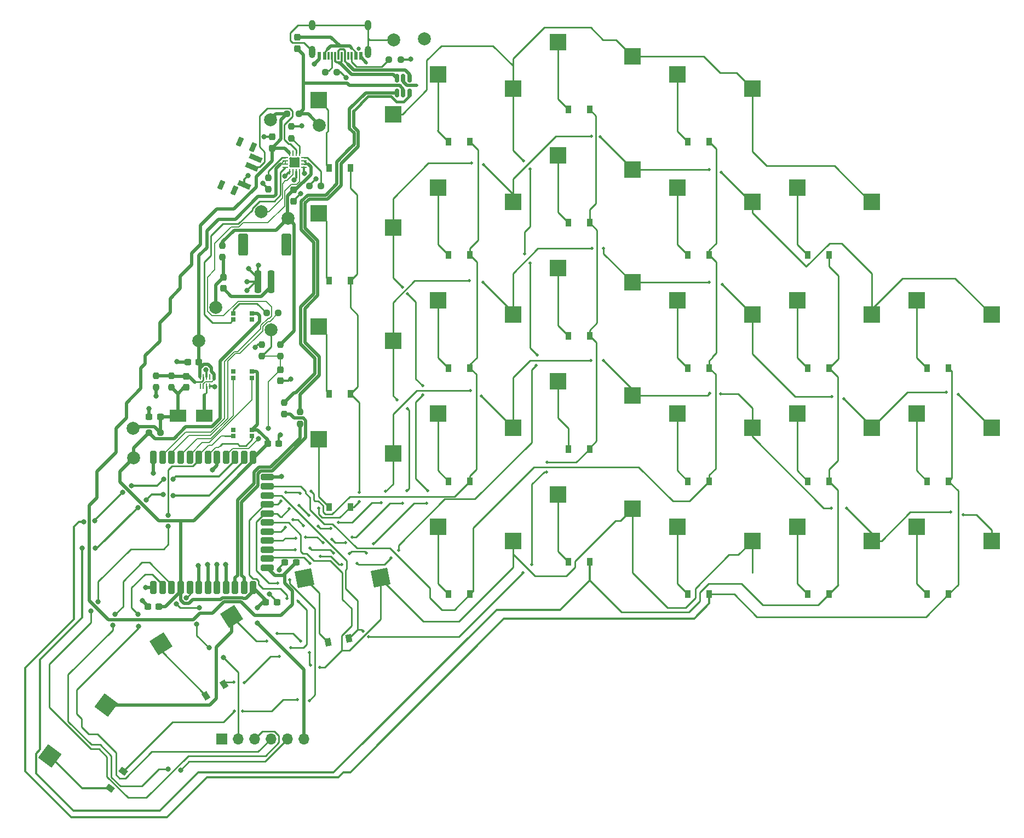
<source format=gbr>
%TF.GenerationSoftware,KiCad,Pcbnew,7.0.1*%
%TF.CreationDate,2023-03-18T23:25:57+01:00*%
%TF.ProjectId,grapto-v3w-right,67726170-746f-42d7-9633-772d72696768,v1.0.0*%
%TF.SameCoordinates,Original*%
%TF.FileFunction,Copper,L2,Bot*%
%TF.FilePolarity,Positive*%
%FSLAX46Y46*%
G04 Gerber Fmt 4.6, Leading zero omitted, Abs format (unit mm)*
G04 Created by KiCad (PCBNEW 7.0.1) date 2023-03-18 23:25:57*
%MOMM*%
%LPD*%
G01*
G04 APERTURE LIST*
G04 Aperture macros list*
%AMRoundRect*
0 Rectangle with rounded corners*
0 $1 Rounding radius*
0 $2 $3 $4 $5 $6 $7 $8 $9 X,Y pos of 4 corners*
0 Add a 4 corners polygon primitive as box body*
4,1,4,$2,$3,$4,$5,$6,$7,$8,$9,$2,$3,0*
0 Add four circle primitives for the rounded corners*
1,1,$1+$1,$2,$3*
1,1,$1+$1,$4,$5*
1,1,$1+$1,$6,$7*
1,1,$1+$1,$8,$9*
0 Add four rect primitives between the rounded corners*
20,1,$1+$1,$2,$3,$4,$5,0*
20,1,$1+$1,$4,$5,$6,$7,0*
20,1,$1+$1,$6,$7,$8,$9,0*
20,1,$1+$1,$8,$9,$2,$3,0*%
%AMRotRect*
0 Rectangle, with rotation*
0 The origin of the aperture is its center*
0 $1 length*
0 $2 width*
0 $3 Rotation angle, in degrees counterclockwise*
0 Add horizontal line*
21,1,$1,$2,0,0,$3*%
G04 Aperture macros list end*
%TA.AperFunction,SMDPad,CuDef*%
%ADD10R,0.900000X1.200000*%
%TD*%
%TA.AperFunction,SMDPad,CuDef*%
%ADD11RotRect,0.900000X1.200000X32.220000*%
%TD*%
%TA.AperFunction,SMDPad,CuDef*%
%ADD12R,2.600000X2.600000*%
%TD*%
%TA.AperFunction,SMDPad,CuDef*%
%ADD13RotRect,2.600000X2.600000X52.940000*%
%TD*%
%TA.AperFunction,SMDPad,CuDef*%
%ADD14RotRect,2.600000X2.600000X11.500000*%
%TD*%
%TA.AperFunction,SMDPad,CuDef*%
%ADD15RotRect,0.900000X1.200000X52.940000*%
%TD*%
%TA.AperFunction,SMDPad,CuDef*%
%ADD16RotRect,2.600000X2.600000X32.220000*%
%TD*%
%TA.AperFunction,SMDPad,CuDef*%
%ADD17RotRect,0.900000X1.200000X11.500000*%
%TD*%
%TA.AperFunction,ComponentPad*%
%ADD18C,2.000000*%
%TD*%
%TA.AperFunction,SMDPad,CuDef*%
%ADD19RoundRect,0.237500X-0.237500X0.287500X-0.237500X-0.287500X0.237500X-0.287500X0.237500X0.287500X0*%
%TD*%
%TA.AperFunction,SMDPad,CuDef*%
%ADD20RoundRect,0.250000X-0.250000X0.750000X-0.250000X-0.750000X0.250000X-0.750000X0.250000X0.750000X0*%
%TD*%
%TA.AperFunction,SMDPad,CuDef*%
%ADD21RoundRect,0.250000X0.750000X0.250000X-0.750000X0.250000X-0.750000X-0.250000X0.750000X-0.250000X0*%
%TD*%
%TA.AperFunction,SMDPad,CuDef*%
%ADD22RoundRect,0.250000X0.250000X-0.750000X0.250000X0.750000X-0.250000X0.750000X-0.250000X-0.750000X0*%
%TD*%
%TA.AperFunction,SMDPad,CuDef*%
%ADD23RoundRect,0.237500X0.237500X-0.300000X0.237500X0.300000X-0.237500X0.300000X-0.237500X-0.300000X0*%
%TD*%
%TA.AperFunction,SMDPad,CuDef*%
%ADD24RoundRect,0.237500X0.237500X-0.250000X0.237500X0.250000X-0.237500X0.250000X-0.237500X-0.250000X0*%
%TD*%
%TA.AperFunction,SMDPad,CuDef*%
%ADD25RoundRect,0.237500X0.300000X0.237500X-0.300000X0.237500X-0.300000X-0.237500X0.300000X-0.237500X0*%
%TD*%
%TA.AperFunction,SMDPad,CuDef*%
%ADD26R,0.700000X0.700000*%
%TD*%
%TA.AperFunction,SMDPad,CuDef*%
%ADD27RoundRect,0.237500X-0.237500X0.250000X-0.237500X-0.250000X0.237500X-0.250000X0.237500X0.250000X0*%
%TD*%
%TA.AperFunction,SMDPad,CuDef*%
%ADD28RoundRect,0.150000X-0.150000X0.512500X-0.150000X-0.512500X0.150000X-0.512500X0.150000X0.512500X0*%
%TD*%
%TA.AperFunction,ComponentPad*%
%ADD29R,1.700000X1.700000*%
%TD*%
%TA.AperFunction,ComponentPad*%
%ADD30O,1.700000X1.700000*%
%TD*%
%TA.AperFunction,SMDPad,CuDef*%
%ADD31RotRect,1.400000X0.800000X66.800000*%
%TD*%
%TA.AperFunction,SMDPad,CuDef*%
%ADD32RotRect,0.800000X2.000000X66.800000*%
%TD*%
%TA.AperFunction,SMDPad,CuDef*%
%ADD33RoundRect,0.062500X-0.062500X0.337500X-0.062500X-0.337500X0.062500X-0.337500X0.062500X0.337500X0*%
%TD*%
%TA.AperFunction,SMDPad,CuDef*%
%ADD34RoundRect,0.062500X0.375000X0.062500X-0.375000X0.062500X-0.375000X-0.062500X0.375000X-0.062500X0*%
%TD*%
%TA.AperFunction,SMDPad,CuDef*%
%ADD35RoundRect,0.062500X0.062500X0.375000X-0.062500X0.375000X-0.062500X-0.375000X0.062500X-0.375000X0*%
%TD*%
%TA.AperFunction,SMDPad,CuDef*%
%ADD36R,1.600000X1.600000*%
%TD*%
%TA.AperFunction,SMDPad,CuDef*%
%ADD37RoundRect,0.250000X-0.250000X-1.500000X0.250000X-1.500000X0.250000X1.500000X-0.250000X1.500000X0*%
%TD*%
%TA.AperFunction,SMDPad,CuDef*%
%ADD38RoundRect,0.250001X-0.499999X-1.449999X0.499999X-1.449999X0.499999X1.449999X-0.499999X1.449999X0*%
%TD*%
%TA.AperFunction,WasherPad*%
%ADD39C,0.650000*%
%TD*%
%TA.AperFunction,SMDPad,CuDef*%
%ADD40R,0.600000X1.150000*%
%TD*%
%TA.AperFunction,SMDPad,CuDef*%
%ADD41R,0.300000X1.150000*%
%TD*%
%TA.AperFunction,ComponentPad*%
%ADD42O,1.000000X1.600000*%
%TD*%
%TA.AperFunction,ComponentPad*%
%ADD43O,1.000000X1.900000*%
%TD*%
%TA.AperFunction,SMDPad,CuDef*%
%ADD44RoundRect,0.237500X0.250000X0.237500X-0.250000X0.237500X-0.250000X-0.237500X0.250000X-0.237500X0*%
%TD*%
%TA.AperFunction,SMDPad,CuDef*%
%ADD45RoundRect,0.237500X-0.237500X0.300000X-0.237500X-0.300000X0.237500X-0.300000X0.237500X0.300000X0*%
%TD*%
%TA.AperFunction,SMDPad,CuDef*%
%ADD46RoundRect,0.237500X-0.250000X-0.237500X0.250000X-0.237500X0.250000X0.237500X-0.250000X0.237500X0*%
%TD*%
%TA.AperFunction,SMDPad,CuDef*%
%ADD47RoundRect,0.237500X-0.300000X-0.237500X0.300000X-0.237500X0.300000X0.237500X-0.300000X0.237500X0*%
%TD*%
%TA.AperFunction,SMDPad,CuDef*%
%ADD48RoundRect,0.237500X0.237500X-0.287500X0.237500X0.287500X-0.237500X0.287500X-0.237500X-0.287500X0*%
%TD*%
%TA.AperFunction,SMDPad,CuDef*%
%ADD49R,2.500000X1.900000*%
%TD*%
%TA.AperFunction,ViaPad*%
%ADD50C,0.500000*%
%TD*%
%TA.AperFunction,ViaPad*%
%ADD51C,0.800000*%
%TD*%
%TA.AperFunction,Conductor*%
%ADD52C,0.250000*%
%TD*%
%TA.AperFunction,Conductor*%
%ADD53C,0.500000*%
%TD*%
%TA.AperFunction,Conductor*%
%ADD54C,0.300000*%
%TD*%
%TA.AperFunction,Conductor*%
%ADD55C,0.200000*%
%TD*%
%TA.AperFunction,Conductor*%
%ADD56C,0.400000*%
%TD*%
G04 APERTURE END LIST*
D10*
%TO.P,D43,1*%
%TO.N,col2row3*%
X164350000Y-162000000D03*
%TO.P,D43,2*%
%TO.N,col2*%
X167650000Y-162000000D03*
%TD*%
%TO.P,D68,1*%
%TO.N,col3row2*%
X182850000Y-149500000D03*
%TO.P,D68,2*%
%TO.N,col3*%
X186150000Y-149500000D03*
%TD*%
%TO.P,D51,1*%
%TO.N,col1row0*%
X145850000Y-114500000D03*
%TO.P,D51,2*%
%TO.N,col1*%
X149150000Y-114500000D03*
%TD*%
%TO.P,D73,1*%
%TO.N,col2row2*%
X164350000Y-144500000D03*
%TO.P,D73,2*%
%TO.N,col2*%
X167650000Y-144500000D03*
%TD*%
%TO.P,D78,1*%
%TO.N,col1row2*%
X145850000Y-149500000D03*
%TO.P,D78,2*%
%TO.N,col1*%
X149150000Y-149500000D03*
%TD*%
%TO.P,D49,1*%
%TO.N,col1row2*%
X145850000Y-149500000D03*
%TO.P,D49,2*%
%TO.N,col1*%
X149150000Y-149500000D03*
%TD*%
D11*
%TO.P,D57,1*%
%TO.N,col1row4*%
X108303354Y-200183526D03*
%TO.P,D57,2*%
%TO.N,col1*%
X111095178Y-198424060D03*
%TD*%
D10*
%TO.P,D66,1*%
%TO.N,col5row4*%
X182850000Y-184500000D03*
%TO.P,D66,2*%
%TO.N,col5*%
X186150000Y-184500000D03*
%TD*%
%TO.P,D62,1*%
%TO.N,col4row3*%
X201350000Y-184500000D03*
%TO.P,D62,2*%
%TO.N,col4*%
X204650000Y-184500000D03*
%TD*%
%TO.P,D44,1*%
%TO.N,col2row2*%
X164350000Y-144500000D03*
%TO.P,D44,2*%
%TO.N,col2*%
X167650000Y-144500000D03*
%TD*%
%TO.P,D37,1*%
%TO.N,col5row4*%
X182850000Y-184500000D03*
%TO.P,D37,2*%
%TO.N,col5*%
X186150000Y-184500000D03*
%TD*%
D12*
%TO.P,S64,1*%
%TO.N,col4row1*%
X199725000Y-139050000D03*
%TO.P,S64,2*%
%TO.N,row1*%
X211275000Y-141250000D03*
%TD*%
D10*
%TO.P,D54,1*%
%TO.N,col0row1*%
X127350000Y-136000000D03*
%TO.P,D54,2*%
%TO.N,col0*%
X130650000Y-136000000D03*
%TD*%
D12*
%TO.P,S32,1*%
%TO.N,col5row1*%
X218225000Y-139050000D03*
%TO.P,S32,2*%
%TO.N,row1*%
X229775000Y-141250000D03*
%TD*%
D10*
%TO.P,D69,1*%
%TO.N,col3row1*%
X182850000Y-132000000D03*
%TO.P,D69,2*%
%TO.N,col3*%
X186150000Y-132000000D03*
%TD*%
D12*
%TO.P,S45,1*%
%TO.N,col2row1*%
X162725000Y-116550000D03*
%TO.P,S45,2*%
%TO.N,row1*%
X174275000Y-118750000D03*
%TD*%
%TO.P,S76,1*%
%TO.N,col3row4*%
X144225000Y-174050000D03*
%TO.P,S76,2*%
%TO.N,row4*%
X155775000Y-176250000D03*
%TD*%
D10*
%TO.P,D71,1*%
%TO.N,col4row4*%
X164350000Y-179500000D03*
%TO.P,D71,2*%
%TO.N,col4*%
X167650000Y-179500000D03*
%TD*%
D12*
%TO.P,S51,1*%
%TO.N,col1row0*%
X144225000Y-104050000D03*
%TO.P,S51,2*%
%TO.N,row0*%
X155775000Y-106250000D03*
%TD*%
D10*
%TO.P,D33,1*%
%TO.N,col4row3*%
X201350000Y-184500000D03*
%TO.P,D33,2*%
%TO.N,col4*%
X204650000Y-184500000D03*
%TD*%
D12*
%TO.P,S52,1*%
%TO.N,col0row3*%
X125725000Y-160550000D03*
%TO.P,S52,2*%
%TO.N,row3*%
X137275000Y-162750000D03*
%TD*%
D10*
%TO.P,D82,1*%
%TO.N,col0row2*%
X127350000Y-153500000D03*
%TO.P,D82,2*%
%TO.N,col0*%
X130650000Y-153500000D03*
%TD*%
D11*
%TO.P,D86,1*%
%TO.N,col1row4*%
X108303354Y-200183526D03*
%TO.P,D86,2*%
%TO.N,col1*%
X111095178Y-198424060D03*
%TD*%
D12*
%TO.P,S79,1*%
%TO.N,col1row1*%
X144225000Y-121550000D03*
%TO.P,S79,2*%
%TO.N,row1*%
X155775000Y-123750000D03*
%TD*%
%TO.P,S70,1*%
%TO.N,col3row0*%
X181225000Y-104050000D03*
%TO.P,S70,2*%
%TO.N,row0*%
X192775000Y-106250000D03*
%TD*%
D13*
%TO.P,S87,1*%
%TO.N,col0row4*%
X84211489Y-209563859D03*
%TO.P,S87,2*%
%TO.N,row4*%
X92927719Y-201672736D03*
%TD*%
D12*
%TO.P,S61,1*%
%TO.N,col5row1*%
X218225000Y-139050000D03*
%TO.P,S61,2*%
%TO.N,row1*%
X229775000Y-141250000D03*
%TD*%
D10*
%TO.P,D83,1*%
%TO.N,col0row1*%
X127350000Y-136000000D03*
%TO.P,D83,2*%
%TO.N,col0*%
X130650000Y-136000000D03*
%TD*%
%TO.P,D63,1*%
%TO.N,col4row2*%
X201350000Y-167000000D03*
%TO.P,D63,2*%
%TO.N,col4*%
X204650000Y-167000000D03*
%TD*%
D12*
%TO.P,S72,1*%
%TO.N,col2row3*%
X162725000Y-151550000D03*
%TO.P,S72,2*%
%TO.N,row3*%
X174275000Y-153750000D03*
%TD*%
%TO.P,S47,1*%
%TO.N,col3row4*%
X144225000Y-174050000D03*
%TO.P,S47,2*%
%TO.N,row4*%
X155775000Y-176250000D03*
%TD*%
%TO.P,S84,1*%
%TO.N,col0row0*%
X125725000Y-108050000D03*
%TO.P,S84,2*%
%TO.N,row0*%
X137275000Y-110250000D03*
%TD*%
%TO.P,S33,1*%
%TO.N,col4row3*%
X199725000Y-174050000D03*
%TO.P,S33,2*%
%TO.N,row3*%
X211275000Y-176250000D03*
%TD*%
%TO.P,S40,1*%
%TO.N,col3row1*%
X181225000Y-121550000D03*
%TO.P,S40,2*%
%TO.N,row1*%
X192775000Y-123750000D03*
%TD*%
D14*
%TO.P,S85,1*%
%TO.N,col2row4*%
X123533569Y-182043031D03*
%TO.P,S85,2*%
%TO.N,row4*%
X135290309Y-181896166D03*
%TD*%
D12*
%TO.P,S38,1*%
%TO.N,col3row3*%
X181225000Y-156550000D03*
%TO.P,S38,2*%
%TO.N,row3*%
X192775000Y-158750000D03*
%TD*%
%TO.P,S82,1*%
%TO.N,col0row2*%
X125725000Y-143050000D03*
%TO.P,S82,2*%
%TO.N,row2*%
X137275000Y-145250000D03*
%TD*%
%TO.P,S36,1*%
%TO.N,col4row0*%
X199725000Y-121550000D03*
%TO.P,S36,2*%
%TO.N,row0*%
X211275000Y-123750000D03*
%TD*%
D15*
%TO.P,D58,1*%
%TO.N,col0row4*%
X93529948Y-214564804D03*
%TO.P,D58,2*%
%TO.N,col0*%
X95518696Y-211931388D03*
%TD*%
D10*
%TO.P,D55,1*%
%TO.N,col0row0*%
X127350000Y-118500000D03*
%TO.P,D55,2*%
%TO.N,col0*%
X130650000Y-118500000D03*
%TD*%
D12*
%TO.P,S67,1*%
%TO.N,col3row3*%
X181225000Y-156550000D03*
%TO.P,S67,2*%
%TO.N,row3*%
X192775000Y-158750000D03*
%TD*%
%TO.P,S78,1*%
%TO.N,col1row2*%
X144225000Y-139050000D03*
%TO.P,S78,2*%
%TO.N,row2*%
X155775000Y-141250000D03*
%TD*%
%TO.P,S50,1*%
%TO.N,col1row1*%
X144225000Y-121550000D03*
%TO.P,S50,2*%
%TO.N,row1*%
X155775000Y-123750000D03*
%TD*%
%TO.P,S37,1*%
%TO.N,col5row4*%
X181225000Y-174050000D03*
%TO.P,S37,2*%
%TO.N,row4*%
X192775000Y-176250000D03*
%TD*%
%TO.P,S49,1*%
%TO.N,col1row2*%
X144225000Y-139050000D03*
%TO.P,S49,2*%
%TO.N,row2*%
X155775000Y-141250000D03*
%TD*%
%TO.P,S83,1*%
%TO.N,col0row1*%
X125725000Y-125550000D03*
%TO.P,S83,2*%
%TO.N,row1*%
X137275000Y-127750000D03*
%TD*%
%TO.P,S39,1*%
%TO.N,col3row2*%
X181225000Y-139050000D03*
%TO.P,S39,2*%
%TO.N,row2*%
X192775000Y-141250000D03*
%TD*%
D10*
%TO.P,D64,1*%
%TO.N,col4row1*%
X201350000Y-149500000D03*
%TO.P,D64,2*%
%TO.N,col4*%
X204650000Y-149500000D03*
%TD*%
%TO.P,D41,1*%
%TO.N,col3row0*%
X182850000Y-114500000D03*
%TO.P,D41,2*%
%TO.N,col3*%
X186150000Y-114500000D03*
%TD*%
D12*
%TO.P,S60,1*%
%TO.N,col5row2*%
X218225000Y-156550000D03*
%TO.P,S60,2*%
%TO.N,row2*%
X229775000Y-158750000D03*
%TD*%
D10*
%TO.P,D52,1*%
%TO.N,col0row3*%
X127350000Y-171000000D03*
%TO.P,D52,2*%
%TO.N,col0*%
X130650000Y-171000000D03*
%TD*%
%TO.P,D39,1*%
%TO.N,col3row2*%
X182850000Y-149500000D03*
%TO.P,D39,2*%
%TO.N,col3*%
X186150000Y-149500000D03*
%TD*%
D12*
%TO.P,S42,1*%
%TO.N,col4row4*%
X162725000Y-169050000D03*
%TO.P,S42,2*%
%TO.N,row4*%
X174275000Y-171250000D03*
%TD*%
D10*
%TO.P,D45,1*%
%TO.N,col2row1*%
X164350000Y-127000000D03*
%TO.P,D45,2*%
%TO.N,col2*%
X167650000Y-127000000D03*
%TD*%
D12*
%TO.P,S62,1*%
%TO.N,col4row3*%
X199725000Y-174050000D03*
%TO.P,S62,2*%
%TO.N,row3*%
X211275000Y-176250000D03*
%TD*%
%TO.P,S66,1*%
%TO.N,col5row4*%
X181225000Y-174050000D03*
%TO.P,S66,2*%
%TO.N,row4*%
X192775000Y-176250000D03*
%TD*%
D10*
%TO.P,D50,1*%
%TO.N,col1row1*%
X145850000Y-132000000D03*
%TO.P,D50,2*%
%TO.N,col1*%
X149150000Y-132000000D03*
%TD*%
%TO.P,D60,1*%
%TO.N,col5row2*%
X219850000Y-167000000D03*
%TO.P,D60,2*%
%TO.N,col5*%
X223150000Y-167000000D03*
%TD*%
%TO.P,D59,1*%
%TO.N,col5row3*%
X219850000Y-184500000D03*
%TO.P,D59,2*%
%TO.N,col5*%
X223150000Y-184500000D03*
%TD*%
D12*
%TO.P,S73,1*%
%TO.N,col2row2*%
X162725000Y-134050000D03*
%TO.P,S73,2*%
%TO.N,row2*%
X174275000Y-136250000D03*
%TD*%
D16*
%TO.P,S57,1*%
%TO.N,col1row4*%
X101356950Y-192209156D03*
%TO.P,S57,2*%
%TO.N,row4*%
X112301309Y-187912239D03*
%TD*%
D12*
%TO.P,S55,1*%
%TO.N,col0row0*%
X125725000Y-108050000D03*
%TO.P,S55,2*%
%TO.N,row0*%
X137275000Y-110250000D03*
%TD*%
D13*
%TO.P,S58,1*%
%TO.N,col0row4*%
X84211489Y-209563859D03*
%TO.P,S58,2*%
%TO.N,row4*%
X92927719Y-201672736D03*
%TD*%
D12*
%TO.P,S44,1*%
%TO.N,col2row2*%
X162725000Y-134050000D03*
%TO.P,S44,2*%
%TO.N,row2*%
X174275000Y-136250000D03*
%TD*%
D10*
%TO.P,D53,1*%
%TO.N,col0row2*%
X127350000Y-153500000D03*
%TO.P,D53,2*%
%TO.N,col0*%
X130650000Y-153500000D03*
%TD*%
%TO.P,D42,1*%
%TO.N,col4row4*%
X164350000Y-179500000D03*
%TO.P,D42,2*%
%TO.N,col4*%
X167650000Y-179500000D03*
%TD*%
D14*
%TO.P,S56,1*%
%TO.N,col2row4*%
X123533569Y-182043031D03*
%TO.P,S56,2*%
%TO.N,row4*%
X135290309Y-181896166D03*
%TD*%
D10*
%TO.P,D65,1*%
%TO.N,col4row0*%
X201350000Y-132000000D03*
%TO.P,D65,2*%
%TO.N,col4*%
X204650000Y-132000000D03*
%TD*%
%TO.P,D76,1*%
%TO.N,col3row4*%
X145850000Y-184500000D03*
%TO.P,D76,2*%
%TO.N,col3*%
X149150000Y-184500000D03*
%TD*%
D12*
%TO.P,S31,1*%
%TO.N,col5row2*%
X218225000Y-156550000D03*
%TO.P,S31,2*%
%TO.N,row2*%
X229775000Y-158750000D03*
%TD*%
%TO.P,S59,1*%
%TO.N,col5row3*%
X218225000Y-174050000D03*
%TO.P,S59,2*%
%TO.N,row3*%
X229775000Y-176250000D03*
%TD*%
D10*
%TO.P,D84,1*%
%TO.N,col0row0*%
X127350000Y-118500000D03*
%TO.P,D84,2*%
%TO.N,col0*%
X130650000Y-118500000D03*
%TD*%
%TO.P,D79,1*%
%TO.N,col1row1*%
X145850000Y-132000000D03*
%TO.P,D79,2*%
%TO.N,col1*%
X149150000Y-132000000D03*
%TD*%
D12*
%TO.P,S81,1*%
%TO.N,col0row3*%
X125725000Y-160550000D03*
%TO.P,S81,2*%
%TO.N,row3*%
X137275000Y-162750000D03*
%TD*%
D16*
%TO.P,S86,1*%
%TO.N,col1row4*%
X101356950Y-192209156D03*
%TO.P,S86,2*%
%TO.N,row4*%
X112301309Y-187912239D03*
%TD*%
D10*
%TO.P,D48,1*%
%TO.N,col1row3*%
X145850000Y-167000000D03*
%TO.P,D48,2*%
%TO.N,col1*%
X149150000Y-167000000D03*
%TD*%
%TO.P,D35,1*%
%TO.N,col4row1*%
X201350000Y-149500000D03*
%TO.P,D35,2*%
%TO.N,col4*%
X204650000Y-149500000D03*
%TD*%
%TO.P,D72,1*%
%TO.N,col2row3*%
X164350000Y-162000000D03*
%TO.P,D72,2*%
%TO.N,col2*%
X167650000Y-162000000D03*
%TD*%
%TO.P,D67,1*%
%TO.N,col3row3*%
X182850000Y-167000000D03*
%TO.P,D67,2*%
%TO.N,col3*%
X186150000Y-167000000D03*
%TD*%
%TO.P,D34,1*%
%TO.N,col4row2*%
X201350000Y-167000000D03*
%TO.P,D34,2*%
%TO.N,col4*%
X204650000Y-167000000D03*
%TD*%
D12*
%TO.P,S46,1*%
%TO.N,col2row0*%
X162725000Y-99050000D03*
%TO.P,S46,2*%
%TO.N,row0*%
X174275000Y-101250000D03*
%TD*%
%TO.P,S54,1*%
%TO.N,col0row1*%
X125725000Y-125550000D03*
%TO.P,S54,2*%
%TO.N,row1*%
X137275000Y-127750000D03*
%TD*%
%TO.P,S68,1*%
%TO.N,col3row2*%
X181225000Y-139050000D03*
%TO.P,S68,2*%
%TO.N,row2*%
X192775000Y-141250000D03*
%TD*%
D10*
%TO.P,D70,1*%
%TO.N,col3row0*%
X182850000Y-114500000D03*
%TO.P,D70,2*%
%TO.N,col3*%
X186150000Y-114500000D03*
%TD*%
D12*
%TO.P,S80,1*%
%TO.N,col1row0*%
X144225000Y-104050000D03*
%TO.P,S80,2*%
%TO.N,row0*%
X155775000Y-106250000D03*
%TD*%
D10*
%TO.P,D40,1*%
%TO.N,col3row1*%
X182850000Y-132000000D03*
%TO.P,D40,2*%
%TO.N,col3*%
X186150000Y-132000000D03*
%TD*%
D12*
%TO.P,S77,1*%
%TO.N,col1row3*%
X144225000Y-156550000D03*
%TO.P,S77,2*%
%TO.N,row3*%
X155775000Y-158750000D03*
%TD*%
%TO.P,S30,1*%
%TO.N,col5row3*%
X218225000Y-174050000D03*
%TO.P,S30,2*%
%TO.N,row3*%
X229775000Y-176250000D03*
%TD*%
D10*
%TO.P,D80,1*%
%TO.N,col1row0*%
X145850000Y-114500000D03*
%TO.P,D80,2*%
%TO.N,col1*%
X149150000Y-114500000D03*
%TD*%
%TO.P,D36,1*%
%TO.N,col4row0*%
X201350000Y-132000000D03*
%TO.P,D36,2*%
%TO.N,col4*%
X204650000Y-132000000D03*
%TD*%
%TO.P,D75,1*%
%TO.N,col2row0*%
X164350000Y-109500000D03*
%TO.P,D75,2*%
%TO.N,col2*%
X167650000Y-109500000D03*
%TD*%
D12*
%TO.P,S65,1*%
%TO.N,col4row0*%
X199725000Y-121550000D03*
%TO.P,S65,2*%
%TO.N,row0*%
X211275000Y-123750000D03*
%TD*%
D10*
%TO.P,D74,1*%
%TO.N,col2row1*%
X164350000Y-127000000D03*
%TO.P,D74,2*%
%TO.N,col2*%
X167650000Y-127000000D03*
%TD*%
D12*
%TO.P,S71,1*%
%TO.N,col4row4*%
X162725000Y-169050000D03*
%TO.P,S71,2*%
%TO.N,row4*%
X174275000Y-171250000D03*
%TD*%
D17*
%TO.P,D85,1*%
%TO.N,col2row4*%
X127209341Y-191959272D03*
%TO.P,D85,2*%
%TO.N,col2*%
X130443093Y-191301358D03*
%TD*%
D15*
%TO.P,D87,1*%
%TO.N,col0row4*%
X93529948Y-214564804D03*
%TO.P,D87,2*%
%TO.N,col0*%
X95518696Y-211931388D03*
%TD*%
D12*
%TO.P,S74,1*%
%TO.N,col2row1*%
X162725000Y-116550000D03*
%TO.P,S74,2*%
%TO.N,row1*%
X174275000Y-118750000D03*
%TD*%
%TO.P,S75,1*%
%TO.N,col2row0*%
X162725000Y-99050000D03*
%TO.P,S75,2*%
%TO.N,row0*%
X174275000Y-101250000D03*
%TD*%
D17*
%TO.P,D56,1*%
%TO.N,col2row4*%
X127209341Y-191959272D03*
%TO.P,D56,2*%
%TO.N,col2*%
X130443093Y-191301358D03*
%TD*%
D10*
%TO.P,D61,1*%
%TO.N,col5row1*%
X219850000Y-149500000D03*
%TO.P,D61,2*%
%TO.N,col5*%
X223150000Y-149500000D03*
%TD*%
D12*
%TO.P,S69,1*%
%TO.N,col3row1*%
X181225000Y-121550000D03*
%TO.P,S69,2*%
%TO.N,row1*%
X192775000Y-123750000D03*
%TD*%
D10*
%TO.P,D47,1*%
%TO.N,col3row4*%
X145850000Y-184500000D03*
%TO.P,D47,2*%
%TO.N,col3*%
X149150000Y-184500000D03*
%TD*%
D12*
%TO.P,S34,1*%
%TO.N,col4row2*%
X199725000Y-156550000D03*
%TO.P,S34,2*%
%TO.N,row2*%
X211275000Y-158750000D03*
%TD*%
D10*
%TO.P,D77,1*%
%TO.N,col1row3*%
X145850000Y-167000000D03*
%TO.P,D77,2*%
%TO.N,col1*%
X149150000Y-167000000D03*
%TD*%
%TO.P,D46,1*%
%TO.N,col2row0*%
X164350000Y-109500000D03*
%TO.P,D46,2*%
%TO.N,col2*%
X167650000Y-109500000D03*
%TD*%
%TO.P,D38,1*%
%TO.N,col3row3*%
X182850000Y-167000000D03*
%TO.P,D38,2*%
%TO.N,col3*%
X186150000Y-167000000D03*
%TD*%
D12*
%TO.P,S35,1*%
%TO.N,col4row1*%
X199725000Y-139050000D03*
%TO.P,S35,2*%
%TO.N,row1*%
X211275000Y-141250000D03*
%TD*%
%TO.P,S48,1*%
%TO.N,col1row3*%
X144225000Y-156550000D03*
%TO.P,S48,2*%
%TO.N,row3*%
X155775000Y-158750000D03*
%TD*%
%TO.P,S53,1*%
%TO.N,col0row2*%
X125725000Y-143050000D03*
%TO.P,S53,2*%
%TO.N,row2*%
X137275000Y-145250000D03*
%TD*%
D18*
%TO.P,TP13,1,1*%
%TO.N,vbus_fused*%
X125850000Y-111880000D03*
%TD*%
D10*
%TO.P,D81,1*%
%TO.N,col0row3*%
X127350000Y-171000000D03*
%TO.P,D81,2*%
%TO.N,col0*%
X130650000Y-171000000D03*
%TD*%
D12*
%TO.P,S43,1*%
%TO.N,col2row3*%
X162725000Y-151550000D03*
%TO.P,S43,2*%
%TO.N,row3*%
X174275000Y-153750000D03*
%TD*%
%TO.P,S41,1*%
%TO.N,col3row0*%
X181225000Y-104050000D03*
%TO.P,S41,2*%
%TO.N,row0*%
X192775000Y-106250000D03*
%TD*%
%TO.P,S63,1*%
%TO.N,col4row2*%
X199725000Y-156550000D03*
%TO.P,S63,2*%
%TO.N,row2*%
X211275000Y-158750000D03*
%TD*%
D18*
%TO.P,TP16,1,1*%
%TO.N,vsys*%
X107200000Y-145300000D03*
%TD*%
D19*
%TO.P,F4,1*%
%TO.N,vbus_no_fuse*%
X122420000Y-98285000D03*
%TO.P,F4,2*%
%TO.N,vbus_fused*%
X122420000Y-100035000D03*
%TD*%
D18*
%TO.P,TP22,1,1*%
%TO.N,/controller/low_batt*%
X118400000Y-143600000D03*
%TD*%
D20*
%TO.P,U1,1,GND*%
%TO.N,sysgnd*%
X100220000Y-163350000D03*
%TO.P,U1,2,P1.10*%
%TO.N,/controller/fast_chg*%
X101620000Y-163350000D03*
%TO.P,U1,3,P1.13*%
%TO.N,/controller/fast_chg_led*%
X103020000Y-163350000D03*
%TO.P,U1,4,P1.15*%
%TO.N,/controller/bat_lvl1*%
X104420000Y-163350000D03*
%TO.P,U1,5,P0.02/AIN0*%
%TO.N,/controller/bat_lvl2*%
X105820000Y-163350000D03*
%TO.P,U1,6,P0.04/AIN1*%
%TO.N,/controller/status1*%
X107220000Y-163350000D03*
%TO.P,U1,7,P0.28/AIN4*%
%TO.N,/controller/status2*%
X108620000Y-163350000D03*
%TO.P,U1,8,P0.29/AIN5*%
%TO.N,sysgnd*%
X110020000Y-163350000D03*
%TO.P,U1,9,P0.31/AIN7*%
%TO.N,/controller/low_batt*%
X111420000Y-163350000D03*
%TO.P,U1,10,P0.30/AIN6*%
%TO.N,col5*%
X112820000Y-163350000D03*
%TO.P,U1,11,AIN3*%
%TO.N,col4*%
X114220000Y-163350000D03*
%TO.P,U1,12,VDD*%
%TO.N,/controller/vdd*%
X115620000Y-163350000D03*
D21*
%TO.P,U1,13,GND*%
%TO.N,sysgnd*%
X117820000Y-166400000D03*
%TO.P,U1,14,P0.04/AIN2*%
%TO.N,col3*%
X117820000Y-167800000D03*
%TO.P,U1,15,P0.26*%
%TO.N,col2*%
X117820000Y-169200000D03*
%TO.P,U1,16,P0.27*%
%TO.N,col1*%
X117820000Y-170600000D03*
%TO.P,U1,17,P0.06*%
%TO.N,col0*%
X117820000Y-172000000D03*
%TO.P,U1,18,P0.10/NFC2*%
%TO.N,row4*%
X117820000Y-173400000D03*
%TO.P,U1,19,P0.09/NFC1*%
%TO.N,row3*%
X117820000Y-174800000D03*
%TO.P,U1,20,P0.08*%
%TO.N,row2*%
X117820000Y-176200000D03*
%TO.P,U1,21,P1.09*%
%TO.N,row1*%
X117820000Y-177600000D03*
%TO.P,U1,22,P0.12*%
%TO.N,row0*%
X117820000Y-179000000D03*
%TO.P,U1,23,VBUS*%
%TO.N,/controller/vusb*%
X117820000Y-180400000D03*
D22*
%TO.P,U1,24,VDD*%
%TO.N,/controller/vdd*%
X115620000Y-183450000D03*
%TO.P,U1,25,USB_D-*%
%TO.N,USB_N*%
X114220000Y-183450000D03*
%TO.P,U1,26,USB_D+*%
%TO.N,USB_P*%
X112820000Y-183450000D03*
%TO.P,U1,27,P0.13*%
%TO.N,sysgnd*%
X111420000Y-183450000D03*
%TO.P,U1,28,P0.15*%
X110020000Y-183450000D03*
%TO.P,U1,29,P0.17*%
X108620000Y-183450000D03*
%TO.P,U1,30,P0.24*%
X107220000Y-183450000D03*
%TO.P,U1,31,RST/SWO*%
%TO.N,/controller/reset*%
X105820000Y-183450000D03*
%TO.P,U1,32,VDD*%
%TO.N,/controller/vdd*%
X104420000Y-183450000D03*
%TO.P,U1,33,SWDIO*%
%TO.N,/controller/swdio*%
X103020000Y-183450000D03*
%TO.P,U1,34,SWDCLK*%
%TO.N,/controller/swdclk*%
X101620000Y-183450000D03*
%TO.P,U1,35,GND*%
%TO.N,sysgnd*%
X100220000Y-183450000D03*
%TD*%
D23*
%TO.P,C1,1*%
%TO.N,/controller/vusb*%
X118530000Y-115452500D03*
%TO.P,C1,2*%
%TO.N,sysgnd*%
X118530000Y-113727500D03*
%TD*%
D18*
%TO.P,TP17,1,1*%
%TO.N,Net-(C17-Pad1)*%
X97050000Y-158850000D03*
%TD*%
D24*
%TO.P,R5,1*%
%TO.N,Net-(C17-Pad1)*%
X103000000Y-152492500D03*
%TO.P,R5,2*%
%TO.N,Net-(U2-FB)*%
X103000000Y-150667500D03*
%TD*%
D25*
%TO.P,C16,1*%
%TO.N,vsys*%
X107252500Y-148540000D03*
%TO.P,C16,2*%
%TO.N,sysgnd*%
X105527500Y-148540000D03*
%TD*%
D18*
%TO.P,TP10,1,1*%
%TO.N,Net-(F3-Pad2)*%
X109830000Y-140110000D03*
%TD*%
D23*
%TO.P,C2,1*%
%TO.N,Net-(C17-Pad1)*%
X105280000Y-152472500D03*
%TO.P,C2,2*%
%TO.N,Net-(U2-FB)*%
X105280000Y-150747500D03*
%TD*%
D26*
%TO.P,D31,1,A*%
%TO.N,/controller/vdd*%
X115450000Y-150060000D03*
%TO.P,D31,2,RK*%
%TO.N,unconnected-(D31-RK-Pad2)*%
X112550000Y-150060000D03*
%TO.P,D31,3,GK*%
%TO.N,/controller/bat_lvl1*%
X112550000Y-151010000D03*
%TO.P,D31,4,BK*%
%TO.N,/controller/bat_lvl2*%
X115450000Y-151010000D03*
%TD*%
D25*
%TO.P,C3,1*%
%TO.N,/controller/vdd*%
X101062500Y-186400000D03*
%TO.P,C3,2*%
%TO.N,sysgnd*%
X99337500Y-186400000D03*
%TD*%
D27*
%TO.P,R9,1*%
%TO.N,Net-(U2-FB)*%
X100600000Y-150670000D03*
%TO.P,R9,2*%
%TO.N,sysgnd*%
X100600000Y-152495000D03*
%TD*%
D18*
%TO.P,TP18,1,1*%
%TO.N,/controller/vdd*%
X97100000Y-163400000D03*
%TD*%
D27*
%TO.P,R19,1*%
%TO.N,/controller/BatteryManagement/bat_fused*%
X119850000Y-145847500D03*
%TO.P,R19,2*%
%TO.N,/controller/low_batt*%
X119850000Y-147672500D03*
%TD*%
D18*
%TO.P,TP11,1,1*%
%TO.N,/controller/BatteryManagement/bat_fused*%
X121000000Y-126300000D03*
%TD*%
D28*
%TO.P,U3,1,I/O1*%
%TO.N,usb1_n*%
X137875000Y-104612500D03*
%TO.P,U3,2,GND*%
%TO.N,sysgnd*%
X138825000Y-104612500D03*
%TO.P,U3,3,I/O2*%
%TO.N,usb1_p*%
X139775000Y-104612500D03*
%TO.P,U3,4,I/O2*%
%TO.N,USB0_P*%
X139775000Y-106887500D03*
%TO.P,U3,5,VBUS*%
%TO.N,vbus_fused*%
X138825000Y-106887500D03*
%TO.P,U3,6,I/O1*%
%TO.N,USB0_N*%
X137875000Y-106887500D03*
%TD*%
D29*
%TO.P,J8,1,Pin_1*%
%TO.N,sysgnd*%
X110780000Y-206890000D03*
D30*
%TO.P,J8,2,Pin_2*%
%TO.N,/controller/reset*%
X113320000Y-206890000D03*
%TO.P,J8,3,Pin_3*%
%TO.N,/controller/status1*%
X115860000Y-206890000D03*
%TO.P,J8,4,Pin_4*%
%TO.N,/controller/swdclk*%
X118400000Y-206890000D03*
%TO.P,J8,5,Pin_5*%
%TO.N,/controller/swdio*%
X120940000Y-206890000D03*
%TO.P,J8,6,Pin_6*%
%TO.N,/controller/vdd*%
X123480000Y-206890000D03*
%TD*%
D31*
%TO.P,SW31,*%
%TO.N,*%
X110677748Y-121151507D03*
X112709038Y-122022119D03*
X113553524Y-114441819D03*
X115584814Y-115312431D03*
D32*
%TO.P,SW31,1,A*%
%TO.N,sysgnd*%
X114225648Y-121148968D03*
%TO.P,SW31,2,B*%
%TO.N,Net-(SW31-B)*%
X115407474Y-118391562D03*
%TO.P,SW31,3,C*%
%TO.N,unconnected-(SW31-C-Pad3)*%
X115998387Y-117012859D03*
%TD*%
D25*
%TO.P,C17,1*%
%TO.N,Net-(C17-Pad1)*%
X101252500Y-157020000D03*
%TO.P,C17,2*%
%TO.N,sysgnd*%
X99527500Y-157020000D03*
%TD*%
D33*
%TO.P,U2,1,EN*%
%TO.N,vsys*%
X107430000Y-150895000D03*
%TO.P,U2,2,FB*%
%TO.N,Net-(U2-FB)*%
X107930000Y-150895000D03*
%TO.P,U2,3,AGND*%
%TO.N,sysgnd*%
X108430000Y-150895000D03*
%TO.P,U2,4,NC*%
%TO.N,unconnected-(U2-NC-Pad4)*%
X108930000Y-150895000D03*
%TO.P,U2,5,PGND*%
%TO.N,sysgnd*%
X108930000Y-152345000D03*
%TO.P,U2,6,SW*%
%TO.N,Net-(U2-SW)*%
X108430000Y-152345000D03*
%TO.P,U2,7,VIN*%
%TO.N,vsys*%
X107930000Y-152345000D03*
%TO.P,U2,8,PG*%
%TO.N,unconnected-(U2-PG-Pad8)*%
X107430000Y-152345000D03*
%TD*%
D18*
%TO.P,J2,1,Pin_1*%
%TO.N,/controller/chassi*%
X137350000Y-98720000D03*
%TD*%
D34*
%TO.P,U4,1,TS*%
%TO.N,Net-(U4-TS)*%
X123450000Y-116900000D03*
%TO.P,U4,2,BAT*%
%TO.N,/controller/BatteryManagement/bat_fused*%
X123450000Y-117400000D03*
%TO.P,U4,3,BAT*%
X123450000Y-117900000D03*
%TO.P,U4,4,~{CE}*%
%TO.N,sysgnd*%
X123450000Y-118400000D03*
D35*
%TO.P,U4,5,EN2*%
%TO.N,/controller/fast_chg*%
X122762500Y-119087500D03*
%TO.P,U4,6,EN1*%
%TO.N,sysgnd*%
X122262500Y-119087500D03*
%TO.P,U4,7,~{PGOOD}*%
%TO.N,Net-(U4-~{PGOOD})*%
X121762500Y-119087500D03*
%TO.P,U4,8,VSS*%
%TO.N,sysgnd*%
X121262500Y-119087500D03*
D34*
%TO.P,U4,9,~{CHG}*%
%TO.N,/controller/chg_led*%
X120575000Y-118400000D03*
%TO.P,U4,10,OUT*%
%TO.N,vsys*%
X120575000Y-117900000D03*
%TO.P,U4,11,OUT*%
X120575000Y-117400000D03*
%TO.P,U4,12,ILIM*%
%TO.N,Net-(U4-ILIM)*%
X120575000Y-116900000D03*
D35*
%TO.P,U4,13,IN*%
%TO.N,/controller/vusb*%
X121262500Y-116212500D03*
%TO.P,U4,14,TMR*%
%TO.N,unconnected-(U4-TMR-Pad14)*%
X121762500Y-116212500D03*
%TO.P,U4,15,SYSOFF*%
%TO.N,Net-(SW31-B)*%
X122262500Y-116212500D03*
%TO.P,U4,16,ISET*%
%TO.N,Net-(U4-ISET)*%
X122762500Y-116212500D03*
D36*
%TO.P,U4,17,VSS*%
%TO.N,sysgnd*%
X122012500Y-117650000D03*
%TD*%
D25*
%TO.P,C7,1*%
%TO.N,/controller/vusb*%
X122245000Y-179580000D03*
%TO.P,C7,2*%
%TO.N,sysgnd*%
X120520000Y-179580000D03*
%TD*%
D24*
%TO.P,R30,1*%
%TO.N,/controller/low_batt*%
X116990000Y-147660000D03*
%TO.P,R30,2*%
%TO.N,sysgnd*%
X116990000Y-145835000D03*
%TD*%
D37*
%TO.P,J1,1,Pin_1*%
%TO.N,sysgnd*%
X116390000Y-136150000D03*
%TO.P,J1,2,Pin_2*%
%TO.N,/controller/BatteryManagement/bat+*%
X118390000Y-136150000D03*
D38*
%TO.P,J1,MP*%
%TO.N,N/C*%
X114040000Y-130400000D03*
X120740000Y-130400000D03*
%TD*%
D39*
%TO.P,J6,*%
%TO.N,*%
X131960000Y-100090000D03*
D40*
%TO.P,J6,A1,GND*%
%TO.N,sysgnd*%
X125870000Y-101165000D03*
%TO.P,J6,A4,VBUS*%
%TO.N,vbus_no_fuse*%
X126670000Y-101165000D03*
D41*
%TO.P,J6,A5,CC1*%
%TO.N,cc1*%
X127820000Y-101165000D03*
%TO.P,J6,A6,D+*%
%TO.N,usb1_p*%
X128820000Y-101165000D03*
%TO.P,J6,A7,D-*%
%TO.N,usb1_n*%
X129320000Y-101165000D03*
%TO.P,J6,A8,SBU1*%
%TO.N,unconnected-(J6-SBU1-PadA8)*%
X130320000Y-101165000D03*
D40*
%TO.P,J6,A9,VBUS*%
%TO.N,vbus_no_fuse*%
X131470000Y-101165000D03*
%TO.P,J6,A12,GND*%
%TO.N,sysgnd*%
X132270000Y-101165000D03*
%TO.P,J6,B1,GND*%
X132270000Y-101165000D03*
%TO.P,J6,B4,VBUS*%
%TO.N,vbus_no_fuse*%
X131470000Y-101165000D03*
D41*
%TO.P,J6,B5,CC2*%
%TO.N,cc2*%
X130820000Y-101165000D03*
%TO.P,J6,B6,D+*%
%TO.N,usb1_p*%
X129820000Y-101165000D03*
%TO.P,J6,B7,D-*%
%TO.N,usb1_n*%
X128320000Y-101165000D03*
%TO.P,J6,B8,SBU2*%
%TO.N,unconnected-(J6-SBU2-PadB8)*%
X127320000Y-101165000D03*
D40*
%TO.P,J6,B9,VBUS*%
%TO.N,vbus_no_fuse*%
X126670000Y-101165000D03*
%TO.P,J6,B12,GND*%
%TO.N,sysgnd*%
X125870000Y-101165000D03*
D42*
%TO.P,J6,S1,SHIELD*%
%TO.N,/controller/chassi*%
X124750000Y-96410000D03*
D43*
X124750000Y-100610000D03*
D42*
X133390000Y-96410000D03*
D43*
X133390000Y-100610000D03*
%TD*%
D24*
%TO.P,R8,1*%
%TO.N,Net-(U4-ISET)*%
X121500000Y-113912500D03*
%TO.P,R8,2*%
%TO.N,sysgnd*%
X121500000Y-112087500D03*
%TD*%
D26*
%TO.P,D30,1,A*%
%TO.N,/controller/vdd*%
X115440000Y-141060000D03*
%TO.P,D30,2,RK*%
%TO.N,Net-(D30-RK)*%
X112540000Y-141060000D03*
%TO.P,D30,3,GK*%
%TO.N,/controller/chg_led*%
X112540000Y-142010000D03*
%TO.P,D30,4,BK*%
%TO.N,unconnected-(D30-BK-Pad4)*%
X115440000Y-142010000D03*
%TD*%
D44*
%TO.P,R2,1*%
%TO.N,Net-(C17-Pad1)*%
X101300000Y-159500000D03*
%TO.P,R2,2*%
%TO.N,/controller/vdd*%
X99475000Y-159500000D03*
%TD*%
D18*
%TO.P,TP15,1,1*%
%TO.N,sysgnd*%
X142100000Y-98550000D03*
%TD*%
D45*
%TO.P,C5,1*%
%TO.N,/controller/low_batt*%
X119830000Y-149747500D03*
%TO.P,C5,2*%
%TO.N,sysgnd*%
X119830000Y-151472500D03*
%TD*%
D27*
%TO.P,R7,1*%
%TO.N,Net-(U4-ILIM)*%
X118000000Y-120037500D03*
%TO.P,R7,2*%
%TO.N,sysgnd*%
X118000000Y-121862500D03*
%TD*%
D46*
%TO.P,R20,1*%
%TO.N,cc1*%
X126737500Y-103700000D03*
%TO.P,R20,2*%
%TO.N,sysgnd*%
X128562500Y-103700000D03*
%TD*%
D44*
%TO.P,R1,1*%
%TO.N,/controller/fast_chg_led*%
X119512500Y-141000000D03*
%TO.P,R1,2*%
%TO.N,Net-(D30-RK)*%
X117687500Y-141000000D03*
%TD*%
D45*
%TO.P,C10,1*%
%TO.N,/controller/BatteryManagement/bat_fused*%
X121890000Y-121950000D03*
%TO.P,C10,2*%
%TO.N,sysgnd*%
X121890000Y-123675000D03*
%TD*%
D47*
%TO.P,C6,1*%
%TO.N,/controller/vdd*%
X117887500Y-161200000D03*
%TO.P,C6,2*%
%TO.N,sysgnd*%
X119612500Y-161200000D03*
%TD*%
D26*
%TO.P,D32,1,A*%
%TO.N,/controller/vdd*%
X115450000Y-159050000D03*
%TO.P,D32,2,RK*%
%TO.N,unconnected-(D32-RK-Pad2)*%
X112550000Y-159050000D03*
%TO.P,D32,3,GK*%
%TO.N,/controller/status1*%
X112550000Y-160000000D03*
%TO.P,D32,4,BK*%
%TO.N,/controller/status2*%
X115450000Y-160000000D03*
%TD*%
D46*
%TO.P,R23,1*%
%TO.N,cc2*%
X136587500Y-101750000D03*
%TO.P,R23,2*%
%TO.N,sysgnd*%
X138412500Y-101750000D03*
%TD*%
D27*
%TO.P,R25,1*%
%TO.N,USB0_P*%
X122850000Y-156287500D03*
%TO.P,R25,2*%
%TO.N,USB_P*%
X122850000Y-158112500D03*
%TD*%
D18*
%TO.P,TP14,1,1*%
%TO.N,/controller/vusb*%
X118290000Y-111040000D03*
%TD*%
%TO.P,TP1,1,1*%
%TO.N,Net-(U4-~{PGOOD})*%
X116850000Y-125300000D03*
%TD*%
D27*
%TO.P,R24,1*%
%TO.N,USB0_N*%
X120450000Y-154837500D03*
%TO.P,R24,2*%
%TO.N,USB_N*%
X120450000Y-156662500D03*
%TD*%
D24*
%TO.P,R14,1*%
%TO.N,Net-(F3-Pad2)*%
X110890000Y-132352500D03*
%TO.P,R14,2*%
%TO.N,/controller/BatteryManagement/bat_fused*%
X110890000Y-130527500D03*
%TD*%
D48*
%TO.P,F3,1*%
%TO.N,/controller/BatteryManagement/bat+*%
X111000000Y-137185000D03*
%TO.P,F3,2*%
%TO.N,Net-(F3-Pad2)*%
X111000000Y-135435000D03*
%TD*%
D47*
%TO.P,C4,1*%
%TO.N,/controller/vdd*%
X117565000Y-185760000D03*
%TO.P,C4,2*%
%TO.N,sysgnd*%
X119290000Y-185760000D03*
%TD*%
D49*
%TO.P,L2,1,1*%
%TO.N,Net-(U2-SW)*%
X108070000Y-156910000D03*
%TO.P,L2,2,2*%
%TO.N,Net-(C17-Pad1)*%
X103970000Y-156910000D03*
%TD*%
D44*
%TO.P,R4,1*%
%TO.N,Net-(U4-TS)*%
X126100000Y-121350000D03*
%TO.P,R4,2*%
%TO.N,sysgnd*%
X124275000Y-121350000D03*
%TD*%
%TO.P,R13,1*%
%TO.N,vbus_fused*%
X122682500Y-110150000D03*
%TO.P,R13,2*%
%TO.N,/controller/vusb*%
X120857500Y-110150000D03*
%TD*%
D50*
%TO.N,row3*%
X187900000Y-153500000D03*
X150887500Y-153862500D03*
X223500000Y-171800000D03*
X135400000Y-170350000D03*
X125700000Y-174000000D03*
X120600000Y-174150000D03*
X205000000Y-171200000D03*
X136100000Y-168600000D03*
X167800000Y-148300000D03*
X186200000Y-153400000D03*
X169800000Y-148300000D03*
X225400000Y-172200000D03*
X121750000Y-173000000D03*
X128800000Y-173400000D03*
X149200000Y-153000000D03*
X207400000Y-171200000D03*
X123375000Y-173875000D03*
X127650000Y-174350000D03*
%TO.N,row2*%
X186150000Y-136250000D03*
X127800000Y-176000000D03*
X129900000Y-176500000D03*
X222750000Y-153200000D03*
X151150000Y-136250000D03*
X224637500Y-153612500D03*
X137900000Y-154400000D03*
X139450000Y-155750000D03*
X139350000Y-168500000D03*
X168000000Y-131000000D03*
X169800000Y-131000000D03*
X123750000Y-175650000D03*
X206925000Y-154225000D03*
X138750000Y-170450000D03*
X130900000Y-175700000D03*
X122200000Y-175800000D03*
X188112500Y-136587500D03*
X149000000Y-136000000D03*
X205100000Y-153900000D03*
X126400000Y-176550000D03*
%TO.N,row1*%
X128000000Y-178100000D03*
X133100000Y-178100000D03*
X142600000Y-168450000D03*
X151250000Y-118050000D03*
X139500000Y-138000000D03*
X134250000Y-176650000D03*
X149350000Y-117800000D03*
X141800000Y-152200000D03*
X169300000Y-113700000D03*
X141800000Y-153700000D03*
X142450000Y-170400000D03*
X167900000Y-113600000D03*
X124400000Y-177350000D03*
X186150000Y-118750000D03*
X122150000Y-177600000D03*
X138700000Y-137000000D03*
X130500000Y-178250000D03*
X187975000Y-119175000D03*
%TO.N,row0*%
X138100000Y-177700000D03*
X158400000Y-118650000D03*
X129350000Y-179900000D03*
X159375000Y-149125000D03*
X131700000Y-179700000D03*
X158400000Y-133250000D03*
X126000000Y-178600000D03*
X157600000Y-131800000D03*
X157450000Y-117450000D03*
X136950000Y-178850000D03*
X159500000Y-147500000D03*
X124400000Y-179700000D03*
%TO.N,row4*%
X119300000Y-190600000D03*
X125950000Y-195800000D03*
X124450000Y-195500000D03*
X117750000Y-191750000D03*
X124350000Y-193550000D03*
X123000000Y-191800000D03*
D51*
%TO.N,col5*%
X101775500Y-166700000D03*
X89400000Y-173300000D03*
X91149500Y-173100000D03*
X96800688Y-167699312D03*
X103224500Y-166700000D03*
X95449312Y-168750688D03*
%TO.N,col4*%
X97799312Y-171100688D03*
X103224500Y-169200000D03*
X99050688Y-169949312D03*
X91200000Y-177400000D03*
X101700000Y-169100000D03*
X89200000Y-177400000D03*
D50*
%TO.N,col2*%
X133500000Y-191100000D03*
X161100000Y-164100000D03*
X132600000Y-190200000D03*
X158700000Y-179900000D03*
X160950000Y-165600000D03*
X157350000Y-181150000D03*
%TO.N,col1*%
X112600000Y-198100000D03*
X119700000Y-194100000D03*
X114200000Y-198200000D03*
X122650000Y-185650000D03*
X119900000Y-170100000D03*
X120850000Y-185150000D03*
X124600000Y-168600000D03*
X122850000Y-168900000D03*
X121400000Y-192800000D03*
X120650000Y-168750000D03*
%TO.N,col0*%
X125750000Y-171200000D03*
X112700000Y-202600000D03*
X132000000Y-170200000D03*
X121200000Y-171300000D03*
X124200000Y-172300000D03*
X121300000Y-182300000D03*
X119400000Y-182750000D03*
X132000000Y-168700000D03*
X124300000Y-200950000D03*
X114000000Y-202600000D03*
X122450000Y-200850000D03*
X122700000Y-170800000D03*
%TO.N,sysgnd*%
X122550000Y-118200000D03*
D51*
X108600000Y-179900000D03*
D50*
X133150000Y-102250000D03*
D51*
X120000000Y-166300000D03*
X103800000Y-148500000D03*
X99500000Y-155800000D03*
D50*
X121450000Y-117100000D03*
D51*
X117100000Y-120900000D03*
X119800000Y-159800000D03*
X117324500Y-113700000D03*
X123100000Y-112000000D03*
X140000000Y-101700000D03*
X116400000Y-133600000D03*
D50*
X140950000Y-105725000D03*
X122550000Y-117100000D03*
D51*
X115900000Y-146300000D03*
X114700000Y-137500000D03*
X118100000Y-184500000D03*
X120526500Y-119800000D03*
X107100000Y-180100000D03*
D50*
X122000000Y-117650000D03*
D51*
X100600000Y-153800000D03*
X98500000Y-185500000D03*
X121400000Y-151200000D03*
X110000000Y-179900000D03*
X100200000Y-165800000D03*
X119700000Y-180750500D03*
X109300000Y-165300000D03*
X109700000Y-152400000D03*
X125100000Y-102475000D03*
X111400000Y-179900000D03*
D50*
X121450000Y-118200000D03*
D51*
X114800000Y-119700000D03*
X114700000Y-136100000D03*
X121952847Y-120352847D03*
X129968330Y-104550500D03*
X125300000Y-120200000D03*
X114900000Y-134100000D03*
X123550500Y-119400000D03*
X99000000Y-183500000D03*
X108300000Y-149749500D03*
X123000000Y-122500000D03*
%TO.N,/controller/vdd*%
X116300000Y-189000000D03*
X116300000Y-186600000D03*
%TO.N,/controller/low_batt*%
X117950000Y-158800000D03*
X116449312Y-160400688D03*
%TO.N,/controller/reset*%
X107263745Y-186606926D03*
X106906928Y-189108208D03*
X108800000Y-192800000D03*
X105300688Y-185099312D03*
X103700000Y-186000000D03*
X111000000Y-194300000D03*
%TO.N,/controller/status1*%
X102500000Y-173949500D03*
X90500000Y-187100000D03*
X102500000Y-172250500D03*
X91650688Y-185649312D03*
%TO.N,/controller/swdclk*%
X97800000Y-187609519D03*
X97900000Y-189500000D03*
%TO.N,/controller/swdio*%
X104381150Y-211743449D03*
X102506551Y-211568851D03*
X94300000Y-187600000D03*
X93900000Y-189308519D03*
%TD*%
D52*
%TO.N,col5row3*%
X218225000Y-182875000D02*
X218225000Y-174050000D01*
X219850000Y-184500000D02*
X218225000Y-182875000D01*
%TO.N,row3*%
X192775000Y-155675000D02*
X190600000Y-153500000D01*
X155775000Y-150925000D02*
X158400000Y-148300000D01*
X186200000Y-153400000D02*
X185850000Y-153750000D01*
X212775000Y-176250000D02*
X211275000Y-176250000D01*
X126050000Y-174350000D02*
X125700000Y-174000000D01*
X192775000Y-160125000D02*
X192775000Y-158750000D01*
X229775000Y-176250000D02*
X229775000Y-174575000D01*
X133950000Y-170350000D02*
X135400000Y-170350000D01*
X119950000Y-174800000D02*
X117820000Y-174800000D01*
X128800000Y-173400000D02*
X130900000Y-173400000D01*
X150887500Y-153862500D02*
X155775000Y-158750000D01*
X155775000Y-158750000D02*
X155775000Y-150925000D01*
X137275000Y-167425000D02*
X137275000Y-162750000D01*
X149200000Y-153000000D02*
X140900000Y-153000000D01*
X122500000Y-173000000D02*
X123375000Y-173875000D01*
X227400000Y-172200000D02*
X225400000Y-172200000D01*
X229775000Y-174575000D02*
X227400000Y-172200000D01*
X211275000Y-175075000D02*
X207400000Y-171200000D01*
X136100000Y-168600000D02*
X137275000Y-167425000D01*
X121750000Y-173000000D02*
X122500000Y-173000000D01*
X174275000Y-152775000D02*
X174275000Y-153750000D01*
X120600000Y-174150000D02*
X119950000Y-174800000D01*
X137275000Y-156625000D02*
X137275000Y-162750000D01*
X223500000Y-171800000D02*
X217225000Y-171800000D01*
X169800000Y-148300000D02*
X174275000Y-152775000D01*
X127650000Y-174350000D02*
X126050000Y-174350000D01*
X205000000Y-171200000D02*
X203850000Y-171200000D01*
X217225000Y-171800000D02*
X212775000Y-176250000D01*
X140900000Y-153000000D02*
X137275000Y-156625000D01*
X192775000Y-158750000D02*
X192775000Y-155675000D01*
X211275000Y-176250000D02*
X211275000Y-175075000D01*
X185850000Y-153750000D02*
X174275000Y-153750000D01*
X203850000Y-171200000D02*
X192775000Y-160125000D01*
X158400000Y-148300000D02*
X167800000Y-148300000D01*
X190600000Y-153500000D02*
X187900000Y-153500000D01*
X130900000Y-173400000D02*
X133950000Y-170350000D01*
%TO.N,col5row2*%
X218225000Y-165375000D02*
X218225000Y-156550000D01*
X219850000Y-167000000D02*
X218225000Y-165375000D01*
%TO.N,row2*%
X155775000Y-140875000D02*
X155775000Y-141250000D01*
X140600000Y-136000000D02*
X137275000Y-139325000D01*
X125500000Y-175650000D02*
X126400000Y-176550000D01*
X123750000Y-175650000D02*
X125500000Y-175650000D01*
X137900000Y-154400000D02*
X137275000Y-153775000D01*
X224637500Y-153612500D02*
X229775000Y-158750000D01*
X122200000Y-175800000D02*
X120600000Y-175800000D01*
X139450000Y-155750000D02*
X139700000Y-156000000D01*
X139700000Y-168150000D02*
X139350000Y-168500000D01*
X151150000Y-136250000D02*
X155775000Y-140875000D01*
X159600000Y-131000000D02*
X168000000Y-131000000D01*
X222750000Y-153200000D02*
X216800000Y-153200000D01*
X137275000Y-139325000D02*
X137275000Y-145250000D01*
X155775000Y-134825000D02*
X159600000Y-131000000D01*
X139700000Y-156000000D02*
X139700000Y-168150000D01*
X149000000Y-136000000D02*
X140600000Y-136000000D01*
X211275000Y-158725000D02*
X211275000Y-158750000D01*
X205100000Y-153900000D02*
X199400000Y-153900000D01*
X136750000Y-170450000D02*
X131500000Y-175700000D01*
X169800000Y-131775000D02*
X174275000Y-136250000D01*
X188112500Y-136587500D02*
X192775000Y-141250000D01*
X169800000Y-131000000D02*
X169800000Y-131775000D01*
X120600000Y-175800000D02*
X120200000Y-176200000D01*
X186150000Y-136250000D02*
X174275000Y-136250000D01*
X155775000Y-141250000D02*
X155775000Y-134825000D01*
X211275000Y-158575000D02*
X211275000Y-158750000D01*
X199400000Y-153900000D02*
X192775000Y-147275000D01*
X192775000Y-147275000D02*
X192775000Y-141250000D01*
X128300000Y-176500000D02*
X129900000Y-176500000D01*
X137275000Y-153775000D02*
X137275000Y-145250000D01*
X138750000Y-170450000D02*
X136750000Y-170450000D01*
X131500000Y-175700000D02*
X130900000Y-175700000D01*
X206925000Y-154225000D02*
X211275000Y-158575000D01*
X216800000Y-153200000D02*
X211275000Y-158725000D01*
X127800000Y-176000000D02*
X128300000Y-176500000D01*
X120200000Y-176200000D02*
X117820000Y-176200000D01*
%TO.N,col5row1*%
X218225000Y-147875000D02*
X218225000Y-139050000D01*
X219850000Y-149500000D02*
X218225000Y-147875000D01*
%TO.N,row1*%
X140500000Y-170400000D02*
X142450000Y-170400000D01*
X137275000Y-123225000D02*
X137275000Y-127750000D01*
X216000000Y-135600000D02*
X211275000Y-140325000D01*
X127500000Y-177600000D02*
X128000000Y-178100000D01*
X122150000Y-177600000D02*
X117820000Y-177600000D01*
X155775000Y-120250000D02*
X155775000Y-123750000D01*
X211275000Y-134875000D02*
X206600000Y-130200000D01*
X229775000Y-141250000D02*
X224125000Y-135600000D01*
X187975000Y-119175000D02*
X192550000Y-123750000D01*
X140770100Y-151170100D02*
X140770100Y-139270100D01*
X124400000Y-177350000D02*
X124650000Y-177600000D01*
X186150000Y-118750000D02*
X174275000Y-118750000D01*
X155775000Y-122575000D02*
X155775000Y-123750000D01*
X174275000Y-118750000D02*
X174275000Y-118675000D01*
X174275000Y-118675000D02*
X169300000Y-113700000D01*
X124650000Y-177600000D02*
X127500000Y-177600000D01*
X142700000Y-117800000D02*
X137275000Y-123225000D01*
X206600000Y-130200000D02*
X204750000Y-130200000D01*
X134250000Y-176650000D02*
X140500000Y-170400000D01*
X151250000Y-118050000D02*
X155775000Y-122575000D01*
X140770100Y-166620100D02*
X140770100Y-154729900D01*
X130850000Y-177900000D02*
X132900000Y-177900000D01*
X140770100Y-154729900D02*
X141800000Y-153700000D01*
X211275000Y-141250000D02*
X211275000Y-134875000D01*
X142600000Y-168450000D02*
X140770100Y-166620100D01*
X204750000Y-130200000D02*
X201150000Y-133800000D01*
X149350000Y-117800000D02*
X142700000Y-117800000D01*
X211275000Y-140325000D02*
X211275000Y-141250000D01*
X130500000Y-178250000D02*
X130850000Y-177900000D01*
X201150000Y-133800000D02*
X192775000Y-125425000D01*
X138700000Y-137000000D02*
X137275000Y-135575000D01*
X192775000Y-125425000D02*
X192775000Y-123750000D01*
X192550000Y-123750000D02*
X192775000Y-123750000D01*
X167900000Y-113600000D02*
X162425000Y-113600000D01*
X132900000Y-177900000D02*
X133100000Y-178100000D01*
X162425000Y-113600000D02*
X155775000Y-120250000D01*
X137275000Y-135575000D02*
X137275000Y-127750000D01*
X140770100Y-139270100D02*
X139500000Y-138000000D01*
X224125000Y-135600000D02*
X216000000Y-135600000D01*
X141800000Y-152200000D02*
X140770100Y-151170100D01*
%TO.N,col4row3*%
X199725000Y-182875000D02*
X199725000Y-174050000D01*
X201350000Y-184500000D02*
X199725000Y-182875000D01*
%TO.N,col4row2*%
X201350000Y-167000000D02*
X199725000Y-165375000D01*
X199725000Y-165375000D02*
X199725000Y-156550000D01*
%TO.N,col4row1*%
X201350000Y-149500000D02*
X199725000Y-147875000D01*
X199725000Y-147875000D02*
X199725000Y-139050000D01*
%TO.N,col4row0*%
X199725000Y-130375000D02*
X199725000Y-121550000D01*
X201350000Y-132000000D02*
X199725000Y-130375000D01*
%TO.N,row0*%
X158400000Y-127600000D02*
X157600000Y-128400000D01*
X159500000Y-147500000D02*
X158400000Y-146400000D01*
X158400000Y-146400000D02*
X158400000Y-133250000D01*
X159375000Y-149125000D02*
X158700000Y-149800000D01*
X149923000Y-169777000D02*
X145248000Y-169777000D01*
X155775000Y-115775000D02*
X155775000Y-106250000D01*
X128900000Y-179900000D02*
X129350000Y-179900000D01*
X192775000Y-115975000D02*
X195000000Y-118200000D01*
X142475000Y-106450000D02*
X142475000Y-101825000D01*
X138100000Y-176925000D02*
X138100000Y-177700000D01*
X205500000Y-118200000D02*
X211050000Y-123750000D01*
X155775000Y-106250000D02*
X155775000Y-101625000D01*
X117820000Y-179000000D02*
X118040000Y-178780000D01*
X127600000Y-178600000D02*
X128900000Y-179900000D01*
X155775000Y-102675000D02*
X155775000Y-106250000D01*
X190325000Y-103800000D02*
X192775000Y-106250000D01*
X185250000Y-101250000D02*
X187800000Y-103800000D01*
X155775000Y-101625000D02*
X160600000Y-96800000D01*
X131900000Y-179900000D02*
X135900000Y-179900000D01*
X158700000Y-149800000D02*
X158700000Y-161000000D01*
X192775000Y-106250000D02*
X192775000Y-115975000D01*
X137275000Y-110250000D02*
X138675000Y-110250000D01*
X118040000Y-178780000D02*
X123480000Y-178780000D01*
X142475000Y-101825000D02*
X144700000Y-99600000D01*
X123480000Y-178780000D02*
X124400000Y-179700000D01*
X171725000Y-98700000D02*
X174275000Y-101250000D01*
X169700000Y-98700000D02*
X171725000Y-98700000D01*
X157600000Y-128400000D02*
X157600000Y-131800000D01*
X145248000Y-169777000D02*
X138100000Y-176925000D01*
X157450000Y-117450000D02*
X155775000Y-115775000D01*
X158700000Y-161000000D02*
X149923000Y-169777000D01*
X131700000Y-179700000D02*
X131900000Y-179900000D01*
X138675000Y-110250000D02*
X142475000Y-106450000D01*
X152700000Y-99600000D02*
X155775000Y-102675000D01*
X126000000Y-178600000D02*
X127600000Y-178600000D01*
X167800000Y-96800000D02*
X169700000Y-98700000D01*
X144700000Y-99600000D02*
X152700000Y-99600000D01*
X158400000Y-118650000D02*
X158400000Y-127600000D01*
X174275000Y-101250000D02*
X185250000Y-101250000D01*
X211050000Y-123750000D02*
X211275000Y-123750000D01*
X195000000Y-118200000D02*
X205500000Y-118200000D01*
X187800000Y-103800000D02*
X190325000Y-103800000D01*
X160600000Y-96800000D02*
X167800000Y-96800000D01*
X135900000Y-179900000D02*
X136950000Y-178850000D01*
%TO.N,col5row4*%
X181225000Y-182875000D02*
X181225000Y-174050000D01*
X182850000Y-184500000D02*
X181225000Y-182875000D01*
%TO.N,row4*%
X135290309Y-188392791D02*
X135290309Y-181896166D01*
X130483100Y-193200000D02*
X135290309Y-188392791D01*
X121800000Y-190600000D02*
X119300000Y-190600000D01*
X155775000Y-180325000D02*
X155775000Y-176250000D01*
X124350000Y-195400000D02*
X124350000Y-193550000D01*
X165400000Y-179360659D02*
X171660659Y-173100000D01*
X184000000Y-185050000D02*
X184000000Y-183600000D01*
X129300000Y-190900000D02*
X129300000Y-193204028D01*
X159200000Y-181700000D02*
X164000000Y-181700000D01*
X135290309Y-181896166D02*
X135290309Y-182090309D01*
X130800000Y-189400000D02*
X129300000Y-190900000D01*
X123000000Y-191800000D02*
X121800000Y-190600000D01*
X127500000Y-179300000D02*
X129400000Y-181200000D01*
X190625000Y-178400000D02*
X192775000Y-176250000D01*
X192775000Y-176250000D02*
X192775000Y-181175000D01*
X121100000Y-173400000D02*
X123000000Y-175300000D01*
X123900000Y-178200000D02*
X125000000Y-179300000D01*
X174275000Y-181175000D02*
X179700000Y-186600000D01*
X155775000Y-176250000D02*
X155775000Y-178275000D01*
X125000000Y-179300000D02*
X127500000Y-179300000D01*
X155775000Y-178275000D02*
X159200000Y-181700000D01*
X184000000Y-183600000D02*
X189200000Y-178400000D01*
X123300000Y-178200000D02*
X123900000Y-178200000D01*
X117820000Y-173400000D02*
X121100000Y-173400000D01*
X117750000Y-191750000D02*
X116139070Y-191750000D01*
X123000000Y-177900000D02*
X123300000Y-178200000D01*
X123000000Y-175300000D02*
X123000000Y-177900000D01*
X164000000Y-181700000D02*
X165400000Y-180300000D01*
D53*
X108927264Y-201672736D02*
X109944572Y-200655428D01*
D52*
X135290309Y-182090309D02*
X141900000Y-188700000D01*
X189200000Y-178400000D02*
X190625000Y-178400000D01*
X129400000Y-185300000D02*
X130800000Y-186700000D01*
D53*
X92927719Y-201672736D02*
X108927264Y-201672736D01*
D52*
X129300000Y-193204028D02*
X129052014Y-193452014D01*
X172425000Y-173100000D02*
X174275000Y-171250000D01*
X141900000Y-188700000D02*
X147400000Y-188700000D01*
X125950000Y-195800000D02*
X126704028Y-195800000D01*
X147400000Y-188700000D02*
X155775000Y-180325000D01*
D53*
X109944572Y-200655428D02*
X109944572Y-192656660D01*
D52*
X165400000Y-180300000D02*
X165400000Y-179360659D01*
D53*
X109944572Y-192656660D02*
X112301309Y-190299923D01*
D52*
X116139070Y-191750000D02*
X112301309Y-187912239D01*
X126704028Y-195800000D02*
X129304028Y-193200000D01*
X129400000Y-181200000D02*
X129400000Y-185300000D01*
X124450000Y-195500000D02*
X124350000Y-195400000D01*
X171660659Y-173100000D02*
X172425000Y-173100000D01*
X182450000Y-186600000D02*
X184000000Y-185050000D01*
X174275000Y-171250000D02*
X174275000Y-181175000D01*
X179700000Y-186600000D02*
X182450000Y-186600000D01*
X130800000Y-186700000D02*
X130800000Y-189400000D01*
X129304028Y-193200000D02*
X130483100Y-193200000D01*
D53*
X112301309Y-190299923D02*
X112301309Y-187912239D01*
D52*
%TO.N,col3row3*%
X182850000Y-167000000D02*
X181225000Y-165375000D01*
X181225000Y-165375000D02*
X181225000Y-156550000D01*
%TO.N,col3row2*%
X182850000Y-149500000D02*
X181225000Y-147875000D01*
X181225000Y-147875000D02*
X181225000Y-139050000D01*
%TO.N,col3row1*%
X181225000Y-130375000D02*
X181225000Y-121550000D01*
X182850000Y-132000000D02*
X181225000Y-130375000D01*
%TO.N,col3row0*%
X181225000Y-112875000D02*
X181225000Y-104050000D01*
X182850000Y-114500000D02*
X181225000Y-112875000D01*
%TO.N,col4row4*%
X164350000Y-179500000D02*
X162725000Y-177875000D01*
X162725000Y-177875000D02*
X162725000Y-169050000D01*
%TO.N,col2row3*%
X164350000Y-158810656D02*
X162725000Y-157185656D01*
X164350000Y-162000000D02*
X164350000Y-158810656D01*
X162725000Y-157185656D02*
X162725000Y-151550000D01*
%TO.N,col2row2*%
X162725000Y-142875000D02*
X162725000Y-134050000D01*
X164350000Y-144500000D02*
X162725000Y-142875000D01*
%TO.N,col2row1*%
X162725000Y-125375000D02*
X162725000Y-116550000D01*
X164350000Y-127000000D02*
X162725000Y-125375000D01*
%TO.N,col2row0*%
X162725000Y-107875000D02*
X162725000Y-99050000D01*
X164350000Y-109500000D02*
X162725000Y-107875000D01*
%TO.N,col3row4*%
X144225000Y-182875000D02*
X144225000Y-174050000D01*
X145850000Y-184500000D02*
X144225000Y-182875000D01*
%TO.N,col1row3*%
X144225000Y-165375000D02*
X144225000Y-156550000D01*
X145850000Y-167000000D02*
X144225000Y-165375000D01*
%TO.N,col1row2*%
X144225000Y-147875000D02*
X144225000Y-139050000D01*
X145850000Y-149500000D02*
X144225000Y-147875000D01*
%TO.N,col1row1*%
X145850000Y-132000000D02*
X144225000Y-130375000D01*
X144225000Y-130375000D02*
X144225000Y-121550000D01*
%TO.N,col1row0*%
X145850000Y-114500000D02*
X144100000Y-112750000D01*
X144100000Y-112750000D02*
X144225000Y-112625000D01*
X144225000Y-112625000D02*
X144225000Y-104050000D01*
%TO.N,col0row3*%
X127350000Y-171000000D02*
X125725000Y-169375000D01*
X125725000Y-169375000D02*
X125725000Y-160550000D01*
%TO.N,col0row2*%
X127350000Y-153500000D02*
X126906500Y-153056500D01*
X126906500Y-144231500D02*
X125725000Y-143050000D01*
X126906500Y-153056500D02*
X126906500Y-144231500D01*
%TO.N,col0row1*%
X127350000Y-136000000D02*
X126906500Y-135556500D01*
X126906500Y-126731500D02*
X125725000Y-125550000D01*
X126906500Y-135556500D02*
X126906500Y-126731500D01*
%TO.N,col0row0*%
X127200000Y-112800000D02*
X127200000Y-109525000D01*
X126906500Y-118056500D02*
X126906500Y-113093500D01*
X127200000Y-109525000D02*
X125725000Y-108050000D01*
X127350000Y-118500000D02*
X126906500Y-118056500D01*
X126906500Y-113093500D02*
X127200000Y-112800000D01*
%TO.N,col2row4*%
X125835562Y-184345024D02*
X123533569Y-182043031D01*
X127209341Y-191959272D02*
X125835562Y-190585493D01*
X125835562Y-190585493D02*
X125835562Y-184345024D01*
%TO.N,col1row4*%
X108303354Y-200183526D02*
X101356950Y-193237122D01*
X101356950Y-193237122D02*
X101356950Y-192209156D01*
D54*
%TO.N,col0row4*%
X93529948Y-214564804D02*
X89212434Y-214564804D01*
X89212434Y-214564804D02*
X84211489Y-209563859D01*
%TO.N,col5*%
X80400000Y-211900000D02*
X87500000Y-219000000D01*
X110318528Y-166300000D02*
X104700000Y-166300000D01*
X108500000Y-212800000D02*
X128841269Y-212800000D01*
D52*
X186150000Y-184500000D02*
X190000000Y-184500000D01*
D54*
X102300000Y-219000000D02*
X108500000Y-212800000D01*
X103624500Y-166300000D02*
X103224500Y-166700000D01*
X89400000Y-173300000D02*
X88700000Y-173300000D01*
D52*
X190000000Y-184500000D02*
X193500000Y-188000000D01*
D54*
X87900000Y-174100000D02*
X87900000Y-188407930D01*
X112820000Y-163350000D02*
X112820000Y-163798528D01*
X112820000Y-163798528D02*
X110318528Y-166300000D01*
D52*
X223150000Y-184500000D02*
X224621000Y-183029000D01*
D54*
X87900000Y-188407930D02*
X80400000Y-195907930D01*
X100776188Y-167699312D02*
X96800688Y-167699312D01*
X186150000Y-185950000D02*
X186150000Y-184500000D01*
D52*
X223150000Y-149500000D02*
X223593500Y-149943500D01*
D54*
X87500000Y-219000000D02*
X102300000Y-219000000D01*
X101775500Y-166700000D02*
X100776188Y-167699312D01*
D52*
X223593500Y-166556500D02*
X223150000Y-167000000D01*
D54*
X104700000Y-166300000D02*
X103624500Y-166300000D01*
X130634763Y-212050000D02*
X154384763Y-188300000D01*
X129591269Y-212050000D02*
X130634763Y-212050000D01*
D52*
X193500000Y-188000000D02*
X219650000Y-188000000D01*
X224621000Y-183029000D02*
X224621000Y-168471000D01*
X223593500Y-149943500D02*
X223593500Y-166556500D01*
D54*
X95449312Y-168750688D02*
X91149500Y-173050500D01*
X154384763Y-188300000D02*
X183800000Y-188300000D01*
D52*
X219650000Y-188000000D02*
X223150000Y-184500000D01*
D54*
X88700000Y-173300000D02*
X87900000Y-174100000D01*
X80400000Y-195907930D02*
X80400000Y-211900000D01*
X128841269Y-212800000D02*
X129591269Y-212050000D01*
X91149500Y-173050500D02*
X91149500Y-173100000D01*
D52*
X224621000Y-168471000D02*
X223150000Y-167000000D01*
D54*
X183800000Y-188300000D02*
X186150000Y-185950000D01*
D52*
%TO.N,col4*%
X206000000Y-182950000D02*
X206000000Y-168350000D01*
X204650000Y-132000000D02*
X204650000Y-133750000D01*
D54*
X101200000Y-218000000D02*
X107100000Y-212100000D01*
X153250000Y-186900000D02*
X163100000Y-186900000D01*
X99900000Y-169100000D02*
X99050688Y-169949312D01*
X89200000Y-188100000D02*
X82700000Y-194600000D01*
X101700000Y-169100000D02*
X99900000Y-169100000D01*
X89200000Y-177400000D02*
X89200000Y-188100000D01*
X97799312Y-171100688D02*
X91500000Y-177400000D01*
D52*
X204650000Y-133750000D02*
X206121000Y-135221000D01*
D54*
X82700000Y-208505560D02*
X82040636Y-209164924D01*
X108818528Y-169200000D02*
X103224500Y-169200000D01*
D52*
X204650000Y-184500000D02*
X202950000Y-186200000D01*
X183000000Y-187300000D02*
X172600000Y-187300000D01*
X191100000Y-182900000D02*
X186050000Y-182900000D01*
X206121000Y-135221000D02*
X206121000Y-148029000D01*
D54*
X82040636Y-209164924D02*
X82040636Y-212240636D01*
X128050000Y-212100000D02*
X153250000Y-186900000D01*
D52*
X204650000Y-184500000D02*
X206100000Y-183050000D01*
X204650000Y-167000000D02*
X204650000Y-165150000D01*
D54*
X163100000Y-186900000D02*
X167650000Y-182350000D01*
X87800000Y-218000000D02*
X101200000Y-218000000D01*
D52*
X172600000Y-187300000D02*
X167650000Y-182350000D01*
D54*
X82040636Y-212240636D02*
X87800000Y-218000000D01*
D52*
X204650000Y-165150000D02*
X206000000Y-163800000D01*
D54*
X107100000Y-212100000D02*
X128050000Y-212100000D01*
X114220000Y-163350000D02*
X114220000Y-163798528D01*
D52*
X186050000Y-182900000D02*
X184700000Y-184250000D01*
D54*
X91500000Y-177400000D02*
X91200000Y-177400000D01*
D52*
X194400000Y-186200000D02*
X191100000Y-182900000D01*
X202950000Y-186200000D02*
X194400000Y-186200000D01*
D54*
X82700000Y-194600000D02*
X82700000Y-208505560D01*
D52*
X184700000Y-184250000D02*
X184700000Y-185600000D01*
X184700000Y-185600000D02*
X183000000Y-187300000D01*
X206100000Y-183050000D02*
X206000000Y-182950000D01*
D54*
X114220000Y-163798528D02*
X108818528Y-169200000D01*
X167650000Y-182350000D02*
X167650000Y-179500000D01*
D52*
X206000000Y-168350000D02*
X204650000Y-167000000D01*
X206121000Y-148029000D02*
X204650000Y-149500000D01*
X206000000Y-150850000D02*
X204650000Y-149500000D01*
X206000000Y-163800000D02*
X206000000Y-150850000D01*
%TO.N,col3*%
X124423000Y-169573000D02*
X123700000Y-168850000D01*
X149593500Y-184056500D02*
X149593500Y-174206500D01*
X149150000Y-184500000D02*
X149593500Y-184056500D01*
X187100000Y-165100000D02*
X187100000Y-150450000D01*
X186150000Y-167000000D02*
X186150000Y-166050000D01*
X186150000Y-132000000D02*
X186150000Y-131250000D01*
X131700000Y-177400000D02*
X127900000Y-173600000D01*
X186593500Y-147906500D02*
X186593500Y-147706500D01*
X142975000Y-183575000D02*
X136800000Y-177400000D01*
X146750000Y-186900000D02*
X144800000Y-186900000D01*
X186150000Y-166050000D02*
X187100000Y-165100000D01*
X149593500Y-174206500D02*
X159000000Y-164800000D01*
X186150000Y-149500000D02*
X186150000Y-148350000D01*
X187200000Y-133050000D02*
X186150000Y-132000000D01*
X175200000Y-164800000D02*
X180500000Y-170100000D01*
X186150000Y-131250000D02*
X187200000Y-130200000D01*
X180500000Y-170100000D02*
X183050000Y-170100000D01*
X124423000Y-171423000D02*
X124423000Y-169573000D01*
X186150000Y-148350000D02*
X186593500Y-147906500D01*
X123700000Y-168550000D02*
X122950000Y-167800000D01*
X142975000Y-185075000D02*
X142975000Y-183575000D01*
X123700000Y-168850000D02*
X123700000Y-168550000D01*
X159000000Y-164800000D02*
X175200000Y-164800000D01*
X136800000Y-177400000D02*
X131700000Y-177400000D01*
X187200000Y-115550000D02*
X186150000Y-114500000D01*
X187200000Y-130200000D02*
X187200000Y-115550000D01*
X183050000Y-170100000D02*
X186150000Y-167000000D01*
X187200000Y-147100000D02*
X187200000Y-133050000D01*
X127900000Y-173600000D02*
X126600000Y-173600000D01*
X149150000Y-184500000D02*
X146750000Y-186900000D01*
X187100000Y-150450000D02*
X186150000Y-149500000D01*
X126600000Y-173600000D02*
X124423000Y-171423000D01*
X122950000Y-167800000D02*
X117820000Y-167800000D01*
X186593500Y-147706500D02*
X187200000Y-147100000D01*
X144800000Y-186900000D02*
X142975000Y-185075000D01*
%TO.N,col2*%
X167650000Y-144500000D02*
X167650000Y-143650000D01*
X161100000Y-164100000D02*
X165550000Y-164100000D01*
X160600000Y-165600000D02*
X158700000Y-167500000D01*
X132344451Y-189944451D02*
X132600000Y-190200000D01*
X130100000Y-180550000D02*
X130100000Y-179300000D01*
X131800000Y-185500000D02*
X129900000Y-183600000D01*
X168600000Y-110450000D02*
X167650000Y-109500000D01*
X167650000Y-162000000D02*
X167650000Y-161850000D01*
X167650000Y-143650000D02*
X168800000Y-142500000D01*
X157350000Y-181150000D02*
X147400000Y-191100000D01*
X131800000Y-189944451D02*
X131800000Y-185500000D01*
X168800000Y-142500000D02*
X168800000Y-128150000D01*
X168800000Y-128150000D02*
X167650000Y-127000000D01*
X165550000Y-164100000D02*
X167650000Y-162000000D01*
X158700000Y-167500000D02*
X158700000Y-179900000D01*
X168700000Y-160800000D02*
X168700000Y-145550000D01*
X160950000Y-165600000D02*
X160600000Y-165600000D01*
X167650000Y-124950000D02*
X168600000Y-124000000D01*
X129900000Y-180750000D02*
X130100000Y-180550000D01*
X129900000Y-183600000D02*
X129900000Y-180750000D01*
X120000000Y-169200000D02*
X117820000Y-169200000D01*
X130100000Y-179300000D02*
X120000000Y-169200000D01*
X168700000Y-145550000D02*
X167650000Y-144500000D01*
X167650000Y-161850000D02*
X168700000Y-160800000D01*
X168600000Y-124000000D02*
X168600000Y-110450000D01*
X131800000Y-189944451D02*
X130443093Y-191301358D01*
X147400000Y-191100000D02*
X133500000Y-191100000D01*
X131800000Y-189944451D02*
X132344451Y-189944451D01*
X167650000Y-127000000D02*
X167650000Y-124950000D01*
%TO.N,col1*%
X115625000Y-182125000D02*
X115000000Y-181500000D01*
X119400000Y-170600000D02*
X117820000Y-170600000D01*
X117406827Y-170600000D02*
X117820000Y-170600000D01*
X118300000Y-194100000D02*
X114200000Y-198200000D01*
X119800000Y-183600000D02*
X117100000Y-183600000D01*
X123900000Y-186900000D02*
X123900000Y-192300000D01*
X116445000Y-182945000D02*
X116445000Y-182461827D01*
X123900000Y-192300000D02*
X123400000Y-192800000D01*
X117100000Y-183600000D02*
X116445000Y-182945000D01*
X149150000Y-149500000D02*
X149150000Y-148950000D01*
X122850000Y-168900000D02*
X122700000Y-168750000D01*
X125700000Y-170100000D02*
X126400000Y-170800000D01*
X149150000Y-167000000D02*
X146750000Y-169400000D01*
X150400000Y-115750000D02*
X149150000Y-114500000D01*
X150400000Y-129700000D02*
X150400000Y-115750000D01*
X150100000Y-165200000D02*
X150100000Y-150450000D01*
X125000000Y-169950000D02*
X125000000Y-169000000D01*
X115000000Y-173006827D02*
X117406827Y-170600000D01*
X125000000Y-169950000D02*
X125150000Y-170100000D01*
X119900000Y-170100000D02*
X119400000Y-170600000D01*
X112600000Y-198100000D02*
X111419238Y-198100000D01*
X149150000Y-166150000D02*
X150100000Y-165200000D01*
X115000000Y-181500000D02*
X115000000Y-173006827D01*
X149150000Y-148950000D02*
X150200000Y-147900000D01*
X116108173Y-182125000D02*
X115625000Y-182125000D01*
X146750000Y-169400000D02*
X130550000Y-169400000D01*
X150200000Y-147900000D02*
X150200000Y-133050000D01*
X127800000Y-172150000D02*
X126800000Y-172150000D01*
X122400000Y-185400000D02*
X122650000Y-185650000D01*
X120850000Y-184650000D02*
X119800000Y-183600000D01*
X149150000Y-130950000D02*
X150400000Y-129700000D01*
X126400000Y-171750000D02*
X126800000Y-172150000D01*
X149150000Y-132000000D02*
X149150000Y-130950000D01*
X130550000Y-169400000D02*
X127800000Y-172150000D01*
X125150000Y-170100000D02*
X125700000Y-170100000D01*
X126400000Y-170800000D02*
X126400000Y-171750000D01*
X122650000Y-185650000D02*
X123900000Y-186900000D01*
X150200000Y-133050000D02*
X149150000Y-132000000D01*
X111419238Y-198100000D02*
X111095178Y-198424060D01*
X122700000Y-168750000D02*
X120650000Y-168750000D01*
X123400000Y-192800000D02*
X121400000Y-192800000D01*
X116445000Y-182461827D02*
X116108173Y-182125000D01*
X120850000Y-184900000D02*
X120850000Y-185150000D01*
X149150000Y-167000000D02*
X149150000Y-166150000D01*
X119700000Y-194100000D02*
X118300000Y-194100000D01*
X150100000Y-150450000D02*
X149150000Y-149500000D01*
X125000000Y-169000000D02*
X124600000Y-168600000D01*
X120850000Y-184900000D02*
X120850000Y-184650000D01*
%TO.N,col0*%
X125750000Y-172100000D02*
X125750000Y-171200000D01*
X112700000Y-202600000D02*
X111000000Y-204300000D01*
X119300000Y-172000000D02*
X117820000Y-172000000D01*
X132000000Y-154850000D02*
X130650000Y-153500000D01*
X126300000Y-172650000D02*
X129000000Y-172650000D01*
X124200000Y-172300000D02*
X122700000Y-170800000D01*
X116100000Y-180800000D02*
X116100000Y-173306827D01*
X125200000Y-200050000D02*
X125200000Y-186790064D01*
X121200000Y-171300000D02*
X120000000Y-172500000D01*
X129000000Y-172650000D02*
X130650000Y-171000000D01*
X124300000Y-200950000D02*
X125200000Y-200050000D01*
X130650000Y-140150000D02*
X131800000Y-141300000D01*
X122450000Y-200850000D02*
X120238299Y-200850000D01*
X131800000Y-152350000D02*
X130650000Y-153500000D01*
X117406827Y-172000000D02*
X117820000Y-172000000D01*
X130650000Y-171000000D02*
X131200000Y-171000000D01*
X120000000Y-172500000D02*
X119800000Y-172500000D01*
X131700000Y-134950000D02*
X130650000Y-136000000D01*
X131700000Y-122700000D02*
X131700000Y-134950000D01*
X132000000Y-168700000D02*
X132000000Y-154850000D01*
X118488299Y-202600000D02*
X114000000Y-202600000D01*
X121300000Y-182890064D02*
X121300000Y-182300000D01*
X125200000Y-186790064D02*
X121300000Y-182890064D01*
X119800000Y-172500000D02*
X119300000Y-172000000D01*
X130650000Y-118500000D02*
X130650000Y-121650000D01*
X111000000Y-204300000D02*
X103150084Y-204300000D01*
X119400000Y-182750000D02*
X118050000Y-182750000D01*
X131200000Y-171000000D02*
X132000000Y-170200000D01*
X120238299Y-200850000D02*
X118488299Y-202600000D01*
X130650000Y-121650000D02*
X131700000Y-122700000D01*
X103150084Y-204300000D02*
X95518696Y-211931388D01*
X116100000Y-173306827D02*
X117406827Y-172000000D01*
X131800000Y-141300000D02*
X131800000Y-152350000D01*
X130650000Y-136000000D02*
X130650000Y-140150000D01*
X126300000Y-172650000D02*
X125750000Y-172100000D01*
X118050000Y-182750000D02*
X116100000Y-180800000D01*
X124200000Y-172300000D02*
X124250000Y-172300000D01*
D53*
%TO.N,/controller/vusb*%
X116100000Y-119858588D02*
X118530000Y-117428588D01*
X106088098Y-133511902D02*
X106088098Y-131711902D01*
X112665000Y-124885000D02*
X116100000Y-121450000D01*
X120857500Y-110150000D02*
X119950000Y-111057500D01*
X96000000Y-157250000D02*
X96000000Y-154900000D01*
X111130693Y-185669307D02*
X109350000Y-187450000D01*
X107450000Y-130350000D02*
X107450000Y-127400000D01*
X109350000Y-187450000D02*
X107368038Y-187450000D01*
X116100000Y-121450000D02*
X116100000Y-119858588D01*
X120502500Y-115452500D02*
X121187500Y-116137500D01*
X98949149Y-148850851D02*
X98949149Y-147600851D01*
X119020000Y-181600000D02*
X120225000Y-181600000D01*
X98250000Y-149550000D02*
X98949149Y-148850851D01*
X120983089Y-180841911D02*
X120500000Y-181325000D01*
X101219916Y-142480084D02*
X102783396Y-140916604D01*
X109965000Y-124885000D02*
X112665000Y-124885000D01*
X91500000Y-165500000D02*
X94450000Y-162550000D01*
X119180000Y-110150000D02*
X118290000Y-111040000D01*
X104309650Y-135290350D02*
X106088098Y-133511902D01*
X118530000Y-117428588D02*
X118530000Y-115452500D01*
X104309650Y-137190350D02*
X104309650Y-135290350D01*
X117820000Y-180400000D02*
X119020000Y-181600000D01*
X119950000Y-114032500D02*
X118530000Y-115452500D01*
X119950000Y-187800000D02*
X115850000Y-187800000D01*
X113719307Y-185669307D02*
X111130693Y-185669307D01*
X120500000Y-181325000D02*
X120500000Y-182800000D01*
X94450000Y-158800000D02*
X96000000Y-157250000D01*
X106359019Y-188459019D02*
X93259019Y-188459019D01*
X107368038Y-187450000D02*
X106359019Y-188459019D01*
X106088098Y-131711902D02*
X107450000Y-130350000D01*
X121700000Y-184000000D02*
X121700000Y-186050000D01*
X120983089Y-180841911D02*
X122245000Y-179580000D01*
X96000000Y-154900000D02*
X98250000Y-152650000D01*
X119950000Y-111057500D02*
X119950000Y-114032500D01*
X118530000Y-115452500D02*
X120502500Y-115452500D01*
X98949149Y-147600851D02*
X101219916Y-145330084D01*
X120225000Y-181600000D02*
X120500000Y-181325000D01*
X121187500Y-116137500D02*
X121187500Y-116212500D01*
X120500000Y-182800000D02*
X121700000Y-184000000D01*
X120857500Y-110150000D02*
X119180000Y-110150000D01*
X101219916Y-145330084D02*
X101219916Y-142480084D01*
X93259019Y-188459019D02*
X90300000Y-185500000D01*
X102783396Y-138716604D02*
X104309650Y-137190350D01*
X90300000Y-170750000D02*
X91500000Y-169550000D01*
X94450000Y-162550000D02*
X94450000Y-158800000D01*
X121700000Y-186050000D02*
X119950000Y-187800000D01*
X98250000Y-152650000D02*
X98250000Y-149550000D01*
X107450000Y-127400000D02*
X109965000Y-124885000D01*
X102783396Y-140916604D02*
X102783396Y-138716604D01*
X115850000Y-187800000D02*
X113719307Y-185669307D01*
X90300000Y-185500000D02*
X90300000Y-170750000D01*
X91500000Y-169550000D02*
X91500000Y-165500000D01*
%TO.N,sysgnd*%
X119900000Y-166400000D02*
X120000000Y-166300000D01*
X100220000Y-183450000D02*
X99050000Y-183450000D01*
D54*
X116390000Y-136150000D02*
X116390000Y-135590000D01*
D53*
X125870000Y-101705000D02*
X125100000Y-102475000D01*
X138825000Y-104612500D02*
X138825000Y-105173528D01*
X139376472Y-105725000D02*
X140950000Y-105725000D01*
X108620000Y-183450000D02*
X108620000Y-179920000D01*
D54*
X124275000Y-121350000D02*
X124275000Y-121225000D01*
X114225648Y-120274352D02*
X114800000Y-119700000D01*
X114225648Y-121148968D02*
X114225648Y-120274352D01*
X108930000Y-152345000D02*
X109645000Y-152345000D01*
D53*
X99050000Y-183450000D02*
X99000000Y-183500000D01*
D54*
X121890000Y-123675000D02*
X121890000Y-123610000D01*
X116365000Y-145835000D02*
X115900000Y-146300000D01*
X116390000Y-136150000D02*
X116050000Y-136150000D01*
X116390000Y-136150000D02*
X116390000Y-133610000D01*
X119830000Y-151472500D02*
X121127500Y-151472500D01*
X114750000Y-136150000D02*
X114700000Y-136100000D01*
D53*
X117820000Y-166400000D02*
X119900000Y-166400000D01*
D54*
X123450000Y-118400000D02*
X123450000Y-119299500D01*
X122262500Y-119087500D02*
X122262500Y-120043194D01*
X129117830Y-103700000D02*
X128562500Y-103700000D01*
X124275000Y-121225000D02*
X125300000Y-120200000D01*
X129968330Y-104550500D02*
X129117830Y-103700000D01*
X119700000Y-180400000D02*
X120520000Y-179580000D01*
D53*
X111420000Y-183450000D02*
X111420000Y-179920000D01*
D54*
X123012500Y-112087500D02*
X123100000Y-112000000D01*
X121500000Y-112087500D02*
X123012500Y-112087500D01*
X119700000Y-180750500D02*
X119700000Y-180400000D01*
X108430000Y-149879500D02*
X108300000Y-149749500D01*
D53*
X103840000Y-148540000D02*
X103800000Y-148500000D01*
D54*
X122262500Y-120043194D02*
X121952847Y-120352847D01*
D53*
X107220000Y-183450000D02*
X107220000Y-180220000D01*
D54*
X121262500Y-119087500D02*
X121239000Y-119087500D01*
X108430000Y-150895000D02*
X108430000Y-149879500D01*
X123450000Y-119299500D02*
X123550500Y-119400000D01*
D53*
X100600000Y-152495000D02*
X100600000Y-153800000D01*
X99337500Y-186400000D02*
X99337500Y-186337500D01*
D54*
X139950000Y-101750000D02*
X140000000Y-101700000D01*
X121890000Y-123610000D02*
X123000000Y-122500000D01*
X118530000Y-113727500D02*
X117352000Y-113727500D01*
D53*
X100220000Y-163350000D02*
X100220000Y-165780000D01*
X132270000Y-101165000D02*
X132270000Y-101370000D01*
X107220000Y-180220000D02*
X107100000Y-180100000D01*
X110020000Y-163350000D02*
X110020000Y-164580000D01*
X99527500Y-157020000D02*
X99527500Y-155827500D01*
X125870000Y-101165000D02*
X125870000Y-101705000D01*
X110020000Y-183450000D02*
X110020000Y-179920000D01*
D54*
X121127500Y-151472500D02*
X121400000Y-151200000D01*
D53*
X99337500Y-186337500D02*
X98500000Y-185500000D01*
D54*
X116390000Y-135590000D02*
X114900000Y-134100000D01*
D53*
X110020000Y-164580000D02*
X109300000Y-165300000D01*
X99527500Y-155827500D02*
X99500000Y-155800000D01*
X138825000Y-105173528D02*
X139376472Y-105725000D01*
X105527500Y-148540000D02*
X103840000Y-148540000D01*
D54*
X118100000Y-184500000D02*
X119290000Y-185690000D01*
X116390000Y-136150000D02*
X114750000Y-136150000D01*
X118000000Y-121862500D02*
X118000000Y-121800000D01*
X116990000Y-145835000D02*
X116365000Y-145835000D01*
D53*
X108620000Y-179920000D02*
X108600000Y-179900000D01*
X100220000Y-165780000D02*
X100200000Y-165800000D01*
D54*
X117352000Y-113727500D02*
X117324500Y-113700000D01*
D53*
X111420000Y-179920000D02*
X111400000Y-179900000D01*
D54*
X109645000Y-152345000D02*
X109700000Y-152400000D01*
X116050000Y-136150000D02*
X114700000Y-137500000D01*
X118000000Y-121800000D02*
X117100000Y-120900000D01*
X116390000Y-133610000D02*
X116400000Y-133600000D01*
X138412500Y-101750000D02*
X139950000Y-101750000D01*
X119612500Y-161200000D02*
X119612500Y-159987500D01*
X119612500Y-159987500D02*
X119800000Y-159800000D01*
D53*
X132270000Y-101370000D02*
X133150000Y-102250000D01*
D54*
X119290000Y-185690000D02*
X119290000Y-185760000D01*
X121239000Y-119087500D02*
X120526500Y-119800000D01*
D53*
X110020000Y-179920000D02*
X110000000Y-179900000D01*
%TO.N,Net-(C17-Pad1)*%
X101252500Y-157020000D02*
X103860000Y-157020000D01*
X104960000Y-152472500D02*
X103970000Y-153462500D01*
X97325000Y-158575000D02*
X97050000Y-158850000D01*
X103970000Y-153462500D02*
X103000000Y-152492500D01*
X103970000Y-156910000D02*
X103970000Y-153462500D01*
X101252500Y-159452500D02*
X101300000Y-159500000D01*
X100375000Y-158575000D02*
X97325000Y-158575000D01*
X103860000Y-157020000D02*
X103970000Y-156910000D01*
X101300000Y-159500000D02*
X100375000Y-158575000D01*
X101252500Y-157020000D02*
X101252500Y-159452500D01*
X105280000Y-152472500D02*
X104960000Y-152472500D01*
D52*
%TO.N,Net-(U2-FB)*%
X107930000Y-151343008D02*
X107930000Y-150895000D01*
X106600000Y-151700000D02*
X106680000Y-151620000D01*
D53*
X103000000Y-150667500D02*
X100602500Y-150667500D01*
D52*
X107653008Y-151620000D02*
X107930000Y-151343008D01*
X106680000Y-151620000D02*
X107653008Y-151620000D01*
D53*
X100602500Y-150667500D02*
X100600000Y-150670000D01*
X105647500Y-150747500D02*
X106600000Y-151700000D01*
X105280000Y-150747500D02*
X105647500Y-150747500D01*
X103080000Y-150747500D02*
X103000000Y-150667500D01*
X105280000Y-150747500D02*
X103080000Y-150747500D01*
%TO.N,/controller/vdd*%
X113979019Y-185042307D02*
X110870981Y-185042307D01*
X97100000Y-163400000D02*
X97100000Y-161875000D01*
X105652770Y-185949312D02*
X104949312Y-185949312D01*
X116100000Y-150060000D02*
X115450000Y-150060000D01*
X116310000Y-141060000D02*
X115440000Y-141060000D01*
X99475000Y-159500000D02*
X100400000Y-160425000D01*
X115450000Y-159050000D02*
X116250000Y-158250000D01*
X117565000Y-185395000D02*
X115620000Y-183450000D01*
X115737500Y-163350000D02*
X117887500Y-161200000D01*
X114086712Y-185150000D02*
X113979019Y-185042307D01*
X116250000Y-150210000D02*
X116100000Y-150060000D01*
X117140000Y-185760000D02*
X116300000Y-186600000D01*
X101062500Y-186400000D02*
X102059949Y-186400000D01*
X104420000Y-183450000D02*
X104400000Y-183430000D01*
X110550000Y-157288076D02*
X110550000Y-148400000D01*
X95000000Y-165500000D02*
X95000000Y-167100000D01*
X117887500Y-161200000D02*
X117887500Y-160637500D01*
X104949312Y-185949312D02*
X104420000Y-185420000D01*
X105200000Y-158600000D02*
X109238076Y-158600000D01*
X117565000Y-185760000D02*
X117565000Y-185395000D01*
X116250000Y-158250000D02*
X116250000Y-150210000D01*
X115620000Y-163350000D02*
X115737500Y-163350000D01*
X116300000Y-159050000D02*
X115450000Y-159050000D01*
X97100000Y-163400000D02*
X95000000Y-165500000D01*
X110613288Y-185300000D02*
X106302082Y-185300000D01*
X110550000Y-148400000D02*
X116600000Y-142350000D01*
X109238076Y-158600000D02*
X110550000Y-157288076D01*
X100400000Y-160425000D02*
X103375000Y-160425000D01*
X102059949Y-186400000D02*
X104420000Y-184039949D01*
X115620000Y-184039949D02*
X114509949Y-185150000D01*
X104420000Y-184039949D02*
X104420000Y-183450000D01*
X116600000Y-142350000D02*
X116600000Y-141350000D01*
X110870981Y-185042307D02*
X110613288Y-185300000D01*
X106459949Y-173100000D02*
X115620000Y-163939949D01*
X97100000Y-161875000D02*
X99475000Y-159500000D01*
X116600000Y-141350000D02*
X116310000Y-141060000D01*
X117565000Y-185760000D02*
X117140000Y-185760000D01*
X104420000Y-185420000D02*
X104420000Y-184039949D01*
X117887500Y-160637500D02*
X116300000Y-159050000D01*
X115620000Y-163939949D02*
X115620000Y-163350000D01*
X115620000Y-183450000D02*
X115620000Y-184039949D01*
X101000000Y-173100000D02*
X106459949Y-173100000D01*
X103375000Y-160425000D02*
X105200000Y-158600000D01*
X106302082Y-185300000D02*
X105652770Y-185949312D01*
X104400000Y-183430000D02*
X104400000Y-173100000D01*
X114509949Y-185150000D02*
X114086712Y-185150000D01*
X116300000Y-189000000D02*
X123480000Y-196180000D01*
X123480000Y-196180000D02*
X123480000Y-206890000D01*
X95000000Y-167100000D02*
X101000000Y-173100000D01*
D52*
%TO.N,/controller/low_batt*%
X116100000Y-160650000D02*
X116200000Y-160650000D01*
D55*
X119830000Y-147692500D02*
X119850000Y-147672500D01*
D52*
X116990000Y-147660000D02*
X118400000Y-146250000D01*
X118400000Y-146250000D02*
X118400000Y-143600000D01*
D55*
X116100000Y-160800000D02*
X116100000Y-160650000D01*
X117950000Y-151627500D02*
X119830000Y-149747500D01*
X117950000Y-158800000D02*
X117950000Y-151627500D01*
X111420000Y-162972183D02*
X112442183Y-161950000D01*
X114950000Y-161950000D02*
X116100000Y-160800000D01*
X119830000Y-149747500D02*
X119830000Y-147692500D01*
X112442183Y-161950000D02*
X114950000Y-161950000D01*
X111420000Y-163350000D02*
X111420000Y-162972183D01*
X119850000Y-147672500D02*
X116622500Y-147672500D01*
D52*
X116200000Y-160650000D02*
X116449312Y-160400688D01*
D53*
%TO.N,/controller/BatteryManagement/bat_fused*%
X124600000Y-118387716D02*
X124131142Y-117918858D01*
X120965000Y-126285000D02*
X120965000Y-122875000D01*
X123337500Y-120827728D02*
X124600000Y-119565228D01*
D52*
X124131142Y-117918858D02*
X123968858Y-117918858D01*
D53*
X112730000Y-128150000D02*
X119150000Y-128150000D01*
X120980000Y-126300000D02*
X120965000Y-126285000D01*
X110890000Y-129990000D02*
X112730000Y-128150000D01*
X121940000Y-143757500D02*
X121940000Y-127240000D01*
X119850000Y-145847500D02*
X121940000Y-143757500D01*
D52*
X123968858Y-117918858D02*
X123450000Y-117400000D01*
D53*
X119150000Y-128150000D02*
X121000000Y-126300000D01*
D52*
X124112284Y-117900000D02*
X123450000Y-117900000D01*
D53*
X122124580Y-121950000D02*
X123246852Y-120827728D01*
X124600000Y-119565228D02*
X124600000Y-118387716D01*
X121000000Y-126300000D02*
X120980000Y-126300000D01*
X121940000Y-127240000D02*
X121000000Y-126300000D01*
X121890000Y-121950000D02*
X122124580Y-121950000D01*
D52*
X124131142Y-117918858D02*
X124112284Y-117900000D01*
D53*
X123246852Y-120827728D02*
X123337500Y-120827728D01*
X120965000Y-122875000D02*
X121890000Y-121950000D01*
X110890000Y-130527500D02*
X110890000Y-129990000D01*
D55*
%TO.N,vsys*%
X107930000Y-152345000D02*
X107930000Y-151932348D01*
D53*
X110300000Y-126450000D02*
X108450000Y-128300000D01*
X112850000Y-126450000D02*
X110300000Y-126450000D01*
D55*
X108267348Y-151595000D02*
X109205000Y-151595000D01*
D53*
X107355000Y-149800000D02*
X107355000Y-149492418D01*
X109150000Y-149990216D02*
X109600000Y-150440216D01*
X119150000Y-118600000D02*
X119150000Y-122650000D01*
D55*
X109205000Y-151595000D02*
X109600000Y-151200000D01*
D53*
X107355000Y-148642500D02*
X107355000Y-149800000D01*
D55*
X120575000Y-117900000D02*
X119900000Y-117900000D01*
D53*
X107200000Y-145300000D02*
X107200000Y-148487500D01*
X107947918Y-148899500D02*
X108652082Y-148899500D01*
X107252500Y-148540000D02*
X107355000Y-148642500D01*
X108450000Y-128300000D02*
X108450000Y-130850000D01*
X119850000Y-117900000D02*
X119150000Y-118600000D01*
D55*
X119900000Y-117900000D02*
X119850000Y-117900000D01*
X120575000Y-117900000D02*
X120575000Y-117400000D01*
D53*
X107200000Y-132100000D02*
X107200000Y-145300000D01*
X118850000Y-122950000D02*
X116350000Y-122950000D01*
D55*
X107930000Y-151932348D02*
X108267348Y-151595000D01*
D53*
X108450000Y-130850000D02*
X107200000Y-132100000D01*
X108652082Y-148899500D02*
X109150000Y-149397418D01*
X119150000Y-122650000D02*
X118850000Y-122950000D01*
X116350000Y-122950000D02*
X112850000Y-126450000D01*
D55*
X120400000Y-117400000D02*
X119900000Y-117900000D01*
D53*
X107200000Y-148487500D02*
X107252500Y-148540000D01*
X109150000Y-149397418D02*
X109150000Y-149990216D01*
X107355000Y-149800000D02*
X107355000Y-150895000D01*
X109600000Y-150440216D02*
X109600000Y-151200000D01*
D55*
X120575000Y-117400000D02*
X120400000Y-117400000D01*
D53*
X107355000Y-149492418D02*
X107947918Y-148899500D01*
%TO.N,/controller/BatteryManagement/bat+*%
X118390000Y-136889949D02*
X116879949Y-138400000D01*
X116879949Y-138400000D02*
X112215000Y-138400000D01*
X112215000Y-138400000D02*
X111000000Y-137185000D01*
X118390000Y-136150000D02*
X118390000Y-136889949D01*
D52*
%TO.N,Net-(F3-Pad2)*%
X109830000Y-140110000D02*
X110077000Y-139863000D01*
D53*
X111000000Y-135435000D02*
X111000000Y-132462500D01*
X109830000Y-136605000D02*
X111000000Y-135435000D01*
X111000000Y-132462500D02*
X110890000Y-132352500D01*
X109830000Y-140110000D02*
X109830000Y-136605000D01*
%TO.N,vbus_no_fuse*%
X127647000Y-98285000D02*
X129025000Y-99663000D01*
X130553000Y-99663000D02*
X130850000Y-99960000D01*
X127135606Y-100130000D02*
X127602606Y-99663000D01*
D52*
X126670000Y-100595606D02*
X126670000Y-101165000D01*
X130850000Y-99960000D02*
X131470000Y-100580000D01*
D53*
X122420000Y-98285000D02*
X127647000Y-98285000D01*
X129025000Y-99663000D02*
X130553000Y-99663000D01*
X127602606Y-99663000D02*
X129025000Y-99663000D01*
D52*
X127135606Y-100130000D02*
X126670000Y-100595606D01*
X131470000Y-100580000D02*
X131470000Y-101165000D01*
%TO.N,/controller/reset*%
X105820000Y-183450000D02*
X105820000Y-184580000D01*
X113320000Y-196620000D02*
X113320000Y-206890000D01*
X111000000Y-194300000D02*
X113320000Y-196620000D01*
X107263745Y-186606926D02*
X104306926Y-186606926D01*
X106906928Y-189108208D02*
X106906928Y-190906928D01*
X106906928Y-190906928D02*
X108800000Y-192800000D01*
X104306926Y-186606926D02*
X103700000Y-186000000D01*
X105820000Y-184580000D02*
X105300688Y-185099312D01*
%TO.N,/controller/status1*%
X102500000Y-172250500D02*
X102500000Y-165300000D01*
X101800000Y-177500000D02*
X96700000Y-177500000D01*
X102500000Y-173949500D02*
X102500000Y-176800000D01*
X96700000Y-177500000D02*
X91650688Y-182549312D01*
D55*
X108742183Y-161450000D02*
X109275000Y-161450000D01*
D52*
X106283173Y-164700000D02*
X107220000Y-163763173D01*
X111150000Y-160000000D02*
X112550000Y-160000000D01*
X84100000Y-195300000D02*
X84100000Y-202000000D01*
X105600000Y-209500000D02*
X117500000Y-209500000D01*
X90542667Y-208442667D02*
X91800456Y-208442667D01*
X117050000Y-205700000D02*
X115860000Y-206890000D01*
D55*
X110725000Y-160000000D02*
X111150000Y-160000000D01*
D52*
X96300000Y-216000000D02*
X99100000Y-216000000D01*
X90500000Y-187100000D02*
X90500000Y-188900000D01*
X117500000Y-209500000D02*
X119600000Y-207400000D01*
X119600000Y-206428299D02*
X118871701Y-205700000D01*
X93026800Y-212726800D02*
X96300000Y-216000000D01*
X119600000Y-207400000D02*
X119600000Y-206428299D01*
X102500000Y-176800000D02*
X101800000Y-177500000D01*
X102500000Y-165300000D02*
X103100000Y-164700000D01*
D55*
X109275000Y-161450000D02*
X110725000Y-160000000D01*
D52*
X118871701Y-205700000D02*
X117050000Y-205700000D01*
D55*
X107220000Y-162972183D02*
X108742183Y-161450000D01*
D52*
X90500000Y-188900000D02*
X84100000Y-195300000D01*
X103100000Y-164700000D02*
X106283173Y-164700000D01*
X107220000Y-163763173D02*
X107220000Y-163350000D01*
X93026800Y-209669011D02*
X93026800Y-212726800D01*
X91800456Y-208442667D02*
X93026800Y-209669011D01*
X99100000Y-216000000D02*
X105600000Y-209500000D01*
D55*
X107220000Y-163350000D02*
X107220000Y-162972183D01*
D52*
X91650688Y-182549312D02*
X91650688Y-185649312D01*
X84100000Y-202000000D02*
X90542667Y-208442667D01*
%TO.N,/controller/swdclk*%
X99983173Y-181400000D02*
X101620000Y-183036827D01*
X91565201Y-206165201D02*
X94400000Y-209000000D01*
X99938007Y-208900000D02*
X116390000Y-208900000D01*
X89075037Y-203775037D02*
X89075037Y-205064508D01*
X94400000Y-212400000D02*
X94977081Y-212977081D01*
X98900000Y-181400000D02*
X99983173Y-181400000D01*
X94977081Y-212977081D02*
X95860926Y-212977081D01*
X96800000Y-183500000D02*
X98900000Y-181400000D01*
X88300000Y-203000000D02*
X89075037Y-203775037D01*
X97900000Y-189700000D02*
X88300000Y-199300000D01*
X90175730Y-206165201D02*
X91565201Y-206165201D01*
X116390000Y-208900000D02*
X118400000Y-206890000D01*
X94400000Y-209000000D02*
X94400000Y-212400000D01*
X97900000Y-189500000D02*
X97900000Y-189700000D01*
X95860926Y-212977081D02*
X99938007Y-208900000D01*
X88300000Y-199300000D02*
X88300000Y-203000000D01*
X97800000Y-187609519D02*
X96800000Y-186609519D01*
X101620000Y-183036827D02*
X101620000Y-183450000D01*
X89075037Y-205064508D02*
X90175730Y-206165201D01*
X96800000Y-186609519D02*
X96800000Y-183500000D01*
%TO.N,/controller/swdio*%
X93700000Y-212800000D02*
X93700000Y-209500000D01*
X98400000Y-179600000D02*
X99583173Y-179600000D01*
X101031149Y-211568851D02*
X98400000Y-214200000D01*
X93900000Y-190024598D02*
X93900000Y-189308519D01*
X90600000Y-207800000D02*
X87000000Y-204200000D01*
X99583173Y-179600000D02*
X103020000Y-183036827D01*
X95500000Y-186400000D02*
X95500000Y-182500000D01*
X117430000Y-210400000D02*
X120940000Y-206890000D01*
X87000000Y-204200000D02*
X87000000Y-196924598D01*
X105724599Y-210400000D02*
X117430000Y-210400000D01*
X94300000Y-187600000D02*
X95500000Y-186400000D01*
X95500000Y-182500000D02*
X98400000Y-179600000D01*
X93700000Y-209500000D02*
X92000000Y-207800000D01*
X102506551Y-211568851D02*
X101031149Y-211568851D01*
X104381150Y-211743449D02*
X105724599Y-210400000D01*
X103020000Y-183036827D02*
X103020000Y-183450000D01*
X95100000Y-214200000D02*
X93700000Y-212800000D01*
X92000000Y-207800000D02*
X90600000Y-207800000D01*
X87000000Y-196924598D02*
X93900000Y-190024598D01*
X98400000Y-214200000D02*
X95100000Y-214200000D01*
D55*
%TO.N,/controller/fast_chg_led*%
X117861522Y-142300000D02*
X117100000Y-143061522D01*
X105700000Y-159950000D02*
X103020000Y-162630000D01*
X113594239Y-147261522D02*
X112888478Y-147261522D01*
X118212500Y-142300000D02*
X117861522Y-142300000D01*
X112888478Y-147261522D02*
X111700000Y-148450000D01*
X103020000Y-162630000D02*
X103020000Y-163350000D01*
X111700000Y-148450000D02*
X111700000Y-157275104D01*
X117100000Y-143061522D02*
X117100000Y-143755761D01*
X109025104Y-159950000D02*
X105700000Y-159950000D01*
X117100000Y-143755761D02*
X113594239Y-147261522D01*
X111700000Y-157275104D02*
X109025104Y-159950000D01*
X119512500Y-141000000D02*
X118212500Y-142300000D01*
D52*
%TO.N,Net-(D30-RK)*%
X113491799Y-139507673D02*
X116195173Y-139507673D01*
X116195173Y-139507673D02*
X117687500Y-141000000D01*
X112540000Y-141060000D02*
X112540000Y-140459472D01*
X112540000Y-140459472D02*
X113491799Y-139507673D01*
%TO.N,Net-(U4-TS)*%
X123935508Y-116900000D02*
X123450000Y-116900000D01*
X126100000Y-119064492D02*
X123935508Y-116900000D01*
X126100000Y-121350000D02*
X126100000Y-119064492D01*
%TO.N,Net-(U4-ILIM)*%
X120089492Y-116900000D02*
X118000000Y-118989492D01*
X118000000Y-118989492D02*
X118000000Y-120037500D01*
X120575000Y-116900000D02*
X120089492Y-116900000D01*
%TO.N,Net-(U4-ISET)*%
X122762500Y-115175000D02*
X121500000Y-113912500D01*
X122762500Y-116212500D02*
X122762500Y-115175000D01*
%TO.N,cc1*%
X126737500Y-103700000D02*
X126737500Y-103462500D01*
X127820000Y-102970000D02*
X127820000Y-101165000D01*
X127327500Y-103462500D02*
X127820000Y-102970000D01*
X126737500Y-103462500D02*
X127327500Y-103462500D01*
%TO.N,cc2*%
X135462500Y-102875000D02*
X131565000Y-102875000D01*
X136587500Y-101750000D02*
X135462500Y-102875000D01*
X131565000Y-102875000D02*
X130820000Y-102130000D01*
X130820000Y-102130000D02*
X130820000Y-101165000D01*
D53*
%TO.N,USB0_N*%
X130536500Y-115600933D02*
X130536487Y-115600933D01*
X124986500Y-138020144D02*
X122986500Y-140020144D01*
X125186500Y-147979856D02*
X125186500Y-150370144D01*
X130536487Y-115600933D02*
X128586500Y-117550920D01*
X131218500Y-114918933D02*
X130536500Y-115600933D01*
X126820144Y-122736500D02*
X124020144Y-122736500D01*
X130536500Y-112399067D02*
X131218500Y-113081067D01*
X125186500Y-150370144D02*
X122223000Y-153333644D01*
X123036500Y-123720144D02*
X123036500Y-128079856D01*
X123036500Y-128079856D02*
X124986500Y-130029856D01*
X137875000Y-106887500D02*
X133062500Y-106887500D01*
X122986500Y-145779856D02*
X125186500Y-147979856D01*
X128586500Y-120970144D02*
X126820144Y-122736500D01*
X122223000Y-153333644D02*
X121953856Y-153333644D01*
X128586500Y-117550920D02*
X128586500Y-120970144D01*
X130536500Y-109413500D02*
X130536500Y-112399067D01*
X122986500Y-140020144D02*
X122986500Y-145779856D01*
X121953856Y-153333644D02*
X120450000Y-154837500D01*
X124986500Y-130029856D02*
X124986500Y-138020144D01*
X133062500Y-106887500D02*
X130536500Y-109413500D01*
X124020144Y-122736500D02*
X123036500Y-123720144D01*
X131218500Y-113081067D02*
X131218500Y-114918933D01*
%TO.N,USB_N*%
X116370000Y-165860051D02*
X116370000Y-167673356D01*
X114220000Y-181970000D02*
X113827000Y-181577000D01*
X123750000Y-160293356D02*
X118593356Y-165450000D01*
X121923000Y-157248000D02*
X123348000Y-157248000D01*
X113827000Y-170216356D02*
X113827000Y-181577000D01*
X116780051Y-165450000D02*
X116370000Y-165860051D01*
X123750000Y-157650000D02*
X123750000Y-160293356D01*
X118593356Y-165450000D02*
X116780051Y-165450000D01*
X121337500Y-156662500D02*
X121923000Y-157248000D01*
X123348000Y-157248000D02*
X123750000Y-157650000D01*
X114220000Y-183450000D02*
X114220000Y-181970000D01*
X120450000Y-156662500D02*
X121337500Y-156662500D01*
X116370000Y-167673356D02*
X113827000Y-170216356D01*
%TO.N,USB0_P*%
X131845481Y-112821363D02*
X131845481Y-115178638D01*
D56*
X137735500Y-108275000D02*
X138877817Y-108275000D01*
X133385500Y-107464500D02*
X136925000Y-107464500D01*
D53*
X123613500Y-145520144D02*
X125813500Y-147720144D01*
X131163500Y-112139381D02*
X131845481Y-112821363D01*
D56*
X139775000Y-107377817D02*
X139775000Y-106887500D01*
D53*
X125613500Y-138279856D02*
X123613500Y-140279856D01*
D56*
X136925000Y-107464500D02*
X137735500Y-108275000D01*
D53*
X131163500Y-115860632D02*
X129213500Y-117810632D01*
X131845481Y-115178638D02*
X131163500Y-115860619D01*
X131163500Y-115860619D02*
X131163500Y-115860632D01*
X123613500Y-140279856D02*
X123613500Y-145520144D01*
D56*
X138877817Y-108275000D02*
X139775000Y-107377817D01*
D53*
X124279856Y-123363500D02*
X123663500Y-123979856D01*
X131163500Y-109686500D02*
X131163500Y-112139381D01*
X122850000Y-153593356D02*
X122850000Y-156287500D01*
X127079856Y-123363500D02*
X124279856Y-123363500D01*
X129213500Y-121229856D02*
X127079856Y-123363500D01*
X123663500Y-127820144D02*
X125613500Y-129770144D01*
X125613500Y-129770144D02*
X125613500Y-138279856D01*
X129213500Y-117810632D02*
X129213500Y-121229856D01*
X125813500Y-150629856D02*
X122850000Y-153593356D01*
D56*
X131163500Y-109686500D02*
X133385500Y-107464500D01*
D53*
X123663500Y-123979856D02*
X123663500Y-127820144D01*
X125813500Y-147720144D02*
X125813500Y-150629856D01*
%TO.N,USB_P*%
X122850000Y-160306644D02*
X118333625Y-164823019D01*
X113200000Y-181600000D02*
X112820000Y-181980000D01*
X112820000Y-181980000D02*
X112820000Y-183450000D01*
X115743019Y-167413625D02*
X113200000Y-169956644D01*
X122850000Y-158112500D02*
X122850000Y-160306644D01*
X116520346Y-164823019D02*
X115743019Y-165600346D01*
X118333625Y-164823019D02*
X116520346Y-164823019D01*
X115743019Y-165600346D02*
X115743019Y-167413625D01*
X113200000Y-169956644D02*
X113200000Y-181600000D01*
D55*
%TO.N,Net-(U4-~{PGOOD})*%
X116850000Y-125300000D02*
X118050000Y-125300000D01*
X118050000Y-125300000D02*
X120154000Y-123196000D01*
X120154000Y-123196000D02*
X120154000Y-120946000D01*
X120154000Y-120946000D02*
X120600000Y-120500000D01*
X120816450Y-120500000D02*
X121762500Y-119553950D01*
X121762500Y-119553950D02*
X121762500Y-119087500D01*
X120600000Y-120500000D02*
X120816450Y-120500000D01*
D53*
%TO.N,Net-(U2-SW)*%
X108070000Y-156910000D02*
X108070000Y-153630000D01*
D52*
X108430000Y-152345000D02*
X108430000Y-153270000D01*
X108430000Y-153270000D02*
X108070000Y-153630000D01*
D54*
%TO.N,usb1_n*%
X129120000Y-102200000D02*
X128890000Y-102200000D01*
X128890000Y-102200000D02*
X128530000Y-102200000D01*
D53*
X129092082Y-102290000D02*
X130827082Y-104025000D01*
X130827082Y-104025000D02*
X137287500Y-104025000D01*
X137287500Y-104025000D02*
X137875000Y-104612500D01*
D54*
X129320000Y-102000000D02*
X129120000Y-102200000D01*
X128530000Y-102200000D02*
X128320000Y-101990000D01*
D53*
X128890000Y-102290000D02*
X129092082Y-102290000D01*
D54*
X129320000Y-101165000D02*
X129320000Y-102000000D01*
X128890000Y-102200000D02*
X128890000Y-102290000D01*
X128320000Y-101990000D02*
X128320000Y-101165000D01*
%TO.N,usb1_p*%
X129820000Y-102050000D02*
X130200000Y-102430000D01*
X129070000Y-100190000D02*
X129624000Y-100190000D01*
D53*
X131168000Y-103398000D02*
X139121528Y-103398000D01*
D54*
X129624000Y-100190000D02*
X129820000Y-100386000D01*
D53*
X130200000Y-102430000D02*
X131168000Y-103398000D01*
D54*
X129820000Y-100386000D02*
X129820000Y-101165000D01*
X129820000Y-101165000D02*
X129820000Y-102050000D01*
X128820000Y-101165000D02*
X128820000Y-100440000D01*
X128820000Y-100440000D02*
X129070000Y-100190000D01*
D53*
X139775000Y-104051472D02*
X139775000Y-104612500D01*
X139121528Y-103398000D02*
X139775000Y-104051472D01*
D55*
%TO.N,/controller/fast_chg*%
X116773000Y-143377000D02*
X113215478Y-146934522D01*
X108530000Y-140730000D02*
X109210000Y-141410000D01*
X120488000Y-124412000D02*
X117900000Y-127000000D01*
X111200000Y-157312656D02*
X109112656Y-159400000D01*
X113294327Y-139155673D02*
X117605673Y-139155673D01*
X105192183Y-159400000D02*
X101620000Y-162972183D01*
X112753030Y-146934522D02*
X111200000Y-148487552D01*
X101620000Y-162972183D02*
X101620000Y-163350000D01*
X109210000Y-141410000D02*
X111040000Y-141410000D01*
X109700000Y-130200000D02*
X109700000Y-134300000D01*
X122762500Y-119087500D02*
X122762500Y-120637500D01*
X114047804Y-127000000D02*
X113374803Y-127673000D01*
X121489513Y-121052847D02*
X120488000Y-122054360D01*
X109112656Y-159400000D02*
X105192183Y-159400000D01*
X118475000Y-140025000D02*
X118475000Y-141460140D01*
X118475000Y-141460140D02*
X118160140Y-141775000D01*
X113215478Y-146934522D02*
X112753030Y-146934522D01*
X111200000Y-148487552D02*
X111200000Y-157312656D01*
X118160140Y-141775000D02*
X117924074Y-141775000D01*
X117924074Y-141775000D02*
X116773000Y-142926074D01*
X113374803Y-127673000D02*
X112227000Y-127673000D01*
X120488000Y-122054360D02*
X120488000Y-124412000D01*
X122762500Y-120637500D02*
X122347153Y-121052847D01*
X116773000Y-142926074D02*
X116773000Y-143377000D01*
X109700000Y-134300000D02*
X108530000Y-135470000D01*
X122347153Y-121052847D02*
X121489513Y-121052847D01*
X112227000Y-127673000D02*
X109700000Y-130200000D01*
X117605673Y-139155673D02*
X118475000Y-140025000D01*
X117900000Y-127000000D02*
X114047804Y-127000000D01*
X111040000Y-141410000D02*
X113294327Y-139155673D01*
X108530000Y-135470000D02*
X108530000Y-140730000D01*
D52*
%TO.N,/controller/chg_led*%
X109050000Y-129051098D02*
X110901098Y-127200000D01*
X115525000Y-125025000D02*
X115525000Y-124751167D01*
X109050000Y-132050000D02*
X109050000Y-129051098D01*
X108050000Y-141200000D02*
X108050000Y-133050000D01*
X108050000Y-133050000D02*
X109050000Y-132050000D01*
X112100000Y-142450000D02*
X109300000Y-142450000D01*
X119802000Y-119173000D02*
X120575000Y-118400000D01*
X115525000Y-124751167D02*
X116626167Y-123650000D01*
X116626167Y-123650000D02*
X118859936Y-123650000D01*
X113350000Y-127200000D02*
X115525000Y-125025000D01*
X119802000Y-122707936D02*
X119802000Y-119173000D01*
X109300000Y-142450000D02*
X108050000Y-141200000D01*
X110901098Y-127200000D02*
X113350000Y-127200000D01*
X112540000Y-142010000D02*
X112100000Y-142450000D01*
X118859936Y-123650000D02*
X119802000Y-122707936D01*
%TO.N,Net-(SW31-B)*%
X116602458Y-118391562D02*
X115407474Y-118391562D01*
X117400099Y-116050099D02*
X117400099Y-117593921D01*
X121290495Y-109300000D02*
X117800000Y-109300000D01*
X121700000Y-110604505D02*
X121700000Y-109709505D01*
X117400099Y-117593921D02*
X116602458Y-118391562D01*
X121104505Y-114800000D02*
X120452000Y-114147495D01*
X120452000Y-111852505D02*
X121700000Y-110604505D01*
X121335508Y-114800000D02*
X121104505Y-114800000D01*
X117800000Y-109300000D02*
X116600000Y-110500000D01*
X122262500Y-115726992D02*
X121335508Y-114800000D01*
X116600000Y-110500000D02*
X116600000Y-115250000D01*
X120452000Y-114147495D02*
X120452000Y-111852505D01*
X122262500Y-116212500D02*
X122262500Y-115726992D01*
X116600000Y-115250000D02*
X117400099Y-116050099D01*
X121700000Y-109709505D02*
X121290495Y-109300000D01*
D55*
%TO.N,/controller/bat_lvl1*%
X106992183Y-160400000D02*
X109037552Y-160400000D01*
X104420000Y-162972183D02*
X106992183Y-160400000D01*
X112550000Y-156887552D02*
X112550000Y-151010000D01*
X104420000Y-163350000D02*
X104420000Y-162972183D01*
X109037552Y-160400000D02*
X112550000Y-156887552D01*
%TO.N,/controller/bat_lvl2*%
X105820000Y-162972183D02*
X107742183Y-161050000D01*
X115450000Y-154450000D02*
X115450000Y-151010000D01*
X105820000Y-163350000D02*
X105820000Y-162972183D01*
X108850000Y-161050000D02*
X115450000Y-154450000D01*
X107742183Y-161050000D02*
X108850000Y-161050000D01*
%TO.N,/controller/status2*%
X110550000Y-161500000D02*
X110273000Y-161777000D01*
D52*
X110550000Y-161500000D02*
X110850000Y-161200000D01*
X113511256Y-161502327D02*
X114498201Y-161502327D01*
D55*
X108620000Y-162972183D02*
X108620000Y-163350000D01*
X109815183Y-161777000D02*
X108620000Y-162972183D01*
D52*
X115450000Y-160550528D02*
X115450000Y-160000000D01*
D55*
X110273000Y-161777000D02*
X109815183Y-161777000D01*
D52*
X114498201Y-161502327D02*
X115450000Y-160550528D01*
X110850000Y-161200000D02*
X113208929Y-161200000D01*
X113208929Y-161200000D02*
X113511256Y-161502327D01*
%TO.N,/controller/chassi*%
X123475000Y-99150000D02*
X121700000Y-99150000D01*
X121350000Y-98800000D02*
X121350000Y-97625000D01*
X133390000Y-98450000D02*
X133390000Y-100610000D01*
X124750000Y-100425000D02*
X123475000Y-99150000D01*
X121350000Y-97625000D02*
X122565000Y-96410000D01*
X121700000Y-99150000D02*
X121350000Y-98800000D01*
X133390000Y-98450000D02*
X133660000Y-98720000D01*
X133390000Y-96410000D02*
X133390000Y-98450000D01*
X124750000Y-96410000D02*
X133390000Y-96410000D01*
X133660000Y-98720000D02*
X137350000Y-98720000D01*
X122565000Y-96410000D02*
X124750000Y-96410000D01*
X124750000Y-100610000D02*
X124750000Y-100425000D01*
D53*
%TO.N,vbus_fused*%
X138275000Y-105775000D02*
X138825000Y-106325000D01*
X123420000Y-105400000D02*
X123400000Y-105380000D01*
X124120000Y-110150000D02*
X125850000Y-111880000D01*
X122420000Y-100035000D02*
X123400000Y-101015000D01*
X130150000Y-105400000D02*
X130525000Y-105775000D01*
X122682500Y-110150000D02*
X124120000Y-110150000D01*
X130150000Y-105400000D02*
X123420000Y-105400000D01*
X130525000Y-105775000D02*
X138275000Y-105775000D01*
X123400000Y-101015000D02*
X123400000Y-105380000D01*
X123400000Y-109432500D02*
X122682500Y-110150000D01*
X138825000Y-106325000D02*
X138825000Y-106887500D01*
X123400000Y-105380000D02*
X123400000Y-109432500D01*
%TD*%
M02*

</source>
